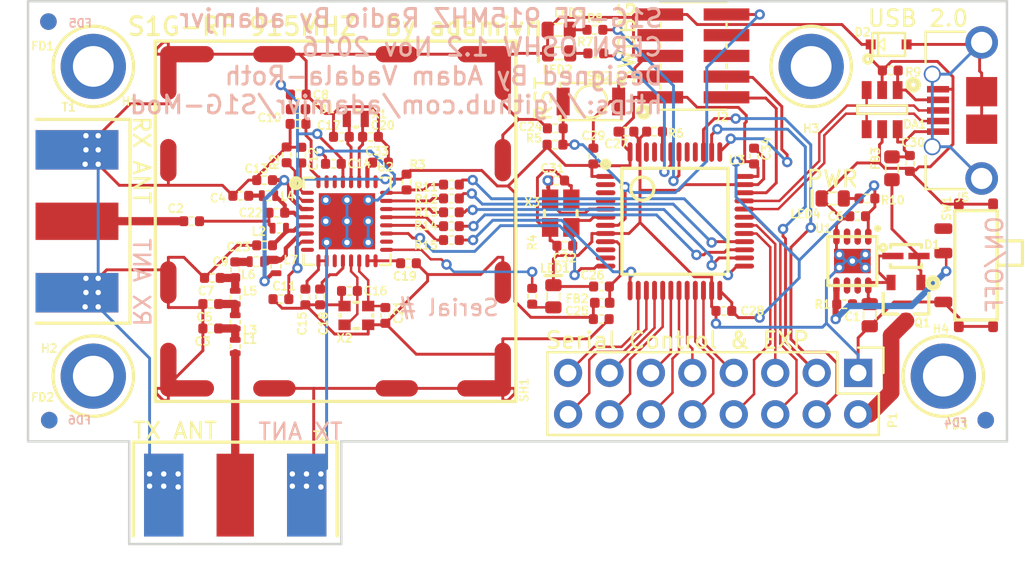
<source format=kicad_pcb>
(kicad_pcb (version 20171130) (host pcbnew "(5.1.12)-1")
  (layers (0 F.Cu signal) (1 In1.Cu power) (2 In2.Cu power) (31 B.Cu signal) (34 B.Paste user hide) (35 F.Paste user hide) (36 B.SilkS user hide) (37 F.SilkS user hide) (38 B.Mask user hide) (39 F.Mask user hide) (44 Edge.Cuts user))
  (net 0 "")
  (net 1 GND)
  (net 2 /VIN)
  (net 3 /MCU_IRQ)
  (net 4 /GPIO1)
  (net 5 /SPI_MISO)
  (net 6 /GPIO2)
  (net 7 /SPI_SCLK)
  (net 8 /GPIO4)
  (net 9 /SPI_MOSI)
  (net 10 /ON_OFF)
  (net 11 /SPI_CS)
  (net 12 "Net-(R4-Pad1)")
  (net 13 "Net-(LED1-Pad1)")
  (net 14 "Net-(R2-Pad2)")
  (net 15 +3V3)
  (net 16 "Net-(C13-Pad2)")
  (net 17 "Net-(L6-Pad2)")
  (net 18 "Net-(C9-Pad2)")
  (net 19 "Net-(C5-Pad1)")
  (net 20 "Net-(C7-Pad1)")
  (net 21 "Net-(C3-Pad1)")
  (net 22 "Net-(C2-Pad2)")
  (net 23 "Net-(L1-Pad1)")
  (net 24 "Net-(C21-Pad1)")
  (net 25 "Net-(C16-Pad1)")
  (net 26 "Net-(C2-Pad1)")
  (net 27 "Net-(C12-Pad2)")
  (net 28 "Net-(C15-Pad1)")
  (net 29 "Net-(C18-Pad1)")
  (net 30 "Net-(C19-Pad1)")
  (net 31 "Net-(C20-Pad1)")
  (net 32 /VREF)
  (net 33 "Net-(U2-Pad11)")
  (net 34 "Net-(U2-Pad30)")
  (net 35 "Net-(U2-Pad31)")
  (net 36 "Net-(U2-Pad8)")
  (net 37 "Net-(C22-Pad2)")
  (net 38 "Net-(C4-Pad2)")
  (net 39 "Net-(C23-Pad2)")
  (net 40 "Net-(U1-Pad2)")
  (net 41 "Net-(U1-Pad3)")
  (net 42 "Net-(U1-Pad6)")
  (net 43 "Net-(U1-Pad7)")
  (net 44 "/MCU - STM32L052K8T6/NRST")
  (net 45 "Net-(U3-Pad4)")
  (net 46 "Net-(U3-Pad2)")
  (net 47 "Net-(C26-Pad1)")
  (net 48 "Net-(U3-Pad10)")
  (net 49 "Net-(U3-Pad11)")
  (net 50 "/MCU - STM32L052K8T6/SWDIO")
  (net 51 "/MCU - STM32L052K8T6/USB_DM")
  (net 52 "/MCU - STM32L052K8T6/USB_DP")
  (net 53 "/MCU - STM32L052K8T6/USART1_RX")
  (net 54 "/MCU - STM32L052K8T6/SPI2_SCLK")
  (net 55 "/MCU - STM32L052K8T6/SPI2_MISO")
  (net 56 "/MCU - STM32L052K8T6/SPI2_MOSI")
  (net 57 "/MCU - STM32L052K8T6/USART1_TX")
  (net 58 "/MCU - STM32L052K8T6/SPI2_NSS")
  (net 59 "Net-(R8-Pad2)")
  (net 60 "Net-(R7-Pad2)")
  (net 61 "Net-(R6-Pad2)")
  (net 62 "Net-(U3-Pad46)")
  (net 63 "Net-(U3-Pad45)")
  (net 64 "Net-(U3-Pad40)")
  (net 65 "Net-(U3-Pad41)")
  (net 66 "/MCU - STM32L052K8T6/SWCLK")
  (net 67 /PSU_IN)
  (net 68 "Net-(D2-Pad1)")
  (net 69 "Net-(DA1-Pad1)")
  (net 70 "Net-(LED3-Pad1)")
  (net 71 "Net-(LED2-Pad1)")
  (net 72 "Net-(C30-Pad2)")
  (net 73 /VBUS)
  (net 74 "Net-(H1-Pad1)")
  (net 75 "Net-(H2-Pad1)")
  (net 76 "Net-(H3-Pad1)")
  (net 77 "Net-(H4-Pad1)")
  (net 78 "Net-(FD3-Pad1)")
  (net 79 "Net-(FD2-Pad1)")
  (net 80 "Net-(FD1-Pad1)")
  (net 81 "Net-(SW1-Pad3)")
  (net 82 "Net-(J2-Pad6)")
  (net 83 "Net-(J2-Pad7)")
  (net 84 "Net-(J2-Pad8)")
  (net 85 "Net-(C32-Pad1)")
  (net 86 "Net-(C31-Pad1)")
  (net 87 "Net-(U3-Pad3)")
  (net 88 "Net-(LED4-Pad1)")
  (net 89 "/MCU - STM32L052K8T6/GPIO_PB11")
  (net 90 "/MCU - STM32L052K8T6/GPIO_PB10")
  (net 91 "/MCU - STM32L052K8T6/GPIO_PB2")
  (net 92 "/MCU - STM32L052K8T6/GPIO_PB1")
  (net 93 "/MCU - STM32L052K8T6/GPIO_PB0")
  (net 94 "/MCU - STM32L052K8T6/GPIO_PA8")
  (net 95 "Net-(C33-Pad1)")
  (net 96 "Net-(C17-Pad2)")
  (net 97 "/MCU - STM32L052K8T6/GPIO_PA15")
  (net 98 "/MCU - STM32L052K8T6/GPIO_PB3")
  (net 99 "Net-(FD6-Pad1)")
  (net 100 "Net-(FD5-Pad1)")
  (net 101 "Net-(FD4-Pad1)")
  (net 102 "/MCU - STM32L052K8T6/MCU_IRQ")
  (net 103 "/MCU - STM32L052K8T6/SPI_CS")
  (net 104 "/MCU - STM32L052K8T6/SPI_MOSI")
  (net 105 "/MCU - STM32L052K8T6/SPI_MISO")
  (net 106 "/MCU - STM32L052K8T6/SPI_SCLK")
  (module PCB_Footprints:C0402 (layer F.Cu) (at 101 44.5 90)
    (fp_text reference C34 (at 0.45 0.75 90) (layer F.SilkS) (effects (font (size 0.5 0.5) (thickness 0.1))))
    (fp_text value CL05B104JP5NNNC)
    (pad 1 smd roundrect (at -0.483 0 90) (size 0.559 0.61) (layers F.Cu F.Paste F.Mask) (net 15 +3V3))
    (pad 2 smd roundrect (at 0.483 0 90) (size 0.559 0.61) (layers F.Cu F.Paste F.Mask) (net 1 GND))
  )
  (module PCB_Footprints:R0402 (layer F.Cu) (at 82.45 49.65)
    (fp_text reference R15 (at -1.575 0.325) (layer F.SilkS) (effects (font (size 0.5 0.5) (thickness 0.1))))
    (fp_text value TNPW0402100RBEED)
    (pad 2 smd roundrect (at 0.483 0) (size 0.559 0.61) (layers F.Cu F.Paste F.Mask) (net 102 "/MCU - STM32L052K8T6/MCU_IRQ"))
    (pad 1 smd roundrect (at -0.483 0) (size 0.559 0.61) (layers F.Cu F.Paste F.Mask) (net 3 /MCU_IRQ))
  )
  (module PCB_Footprints:R0402 (layer F.Cu) (at 82.45 48.8)
    (fp_text reference R14 (at -1.575 -0.025) (layer F.SilkS) (effects (font (size 0.5 0.5) (thickness 0.1))))
    (fp_text value TNPW0402100RBEED)
    (pad 1 smd roundrect (at -0.483 0) (size 0.559 0.61) (layers F.Cu F.Paste F.Mask) (net 5 /SPI_MISO))
    (pad 2 smd roundrect (at 0.483 0) (size 0.559 0.61) (layers F.Cu F.Paste F.Mask) (net 105 "/MCU - STM32L052K8T6/SPI_MISO"))
  )
  (module PCB_Footprints:R0402 (layer F.Cu) (at 82.45 47.95)
    (fp_text reference R13 (at -1.55 0) (layer F.SilkS) (effects (font (size 0.5 0.5) (thickness 0.1))))
    (fp_text value TNPW0402100RBEED)
    (pad 2 smd roundrect (at 0.483 0) (size 0.559 0.61) (layers F.Cu F.Paste F.Mask) (net 106 "/MCU - STM32L052K8T6/SPI_SCLK"))
    (pad 1 smd roundrect (at -0.483 0) (size 0.559 0.61) (layers F.Cu F.Paste F.Mask) (net 7 /SPI_SCLK))
  )
  (module PCB_Footprints:R0402 (layer F.Cu) (at 82.45 47.1)
    (fp_text reference R12 (at -1.55 0.05) (layer F.SilkS) (effects (font (size 0.5 0.5) (thickness 0.1))))
    (fp_text value TNPW0402100RBEED)
    (pad 1 smd roundrect (at -0.483 0) (size 0.559 0.61) (layers F.Cu F.Paste F.Mask) (net 9 /SPI_MOSI))
    (pad 2 smd roundrect (at 0.483 0) (size 0.559 0.61) (layers F.Cu F.Paste F.Mask) (net 104 "/MCU - STM32L052K8T6/SPI_MOSI"))
  )
  (module PCB_Footprints:R0402 (layer F.Cu) (at 82.45 46.25)
    (fp_text reference R11 (at -1.55 0.15) (layer F.SilkS) (effects (font (size 0.5 0.5) (thickness 0.1))))
    (fp_text value TNPW0402100RBEED)
    (pad 2 smd roundrect (at 0.483 0) (size 0.559 0.61) (layers F.Cu F.Paste F.Mask) (net 103 "/MCU - STM32L052K8T6/SPI_CS"))
    (pad 1 smd roundrect (at -0.483 0) (size 0.559 0.61) (layers F.Cu F.Paste F.Mask) (net 11 /SPI_CS))
  )
  (module PCB_Footprints:FIDUCIAL (layer B.Cu) (at 115.2 60.7)
    (fp_text reference FD4 (at -1.85 0.15) (layer B.SilkS) (effects (font (size 0.5 0.5) (thickness 0.1)) (justify mirror)))
    (fp_text value FIDUCIAL)
    (pad 1 smd circle (at 0 0) (size 1.016 1.016) (layers B.Cu B.Mask) (net 101 "Net-(FD4-Pad1)"))
  )
  (module PCB_Footprints:FIDUCIAL (layer B.Cu) (at 57.75 36.25)
    (fp_text reference FD5 (at 1.95 0.1) (layer B.SilkS) (effects (font (size 0.5 0.5) (thickness 0.1)) (justify mirror)))
    (fp_text value FIDUCIAL)
    (pad 1 smd circle (at 0 0) (size 1.016 1.016) (layers B.Cu B.Mask) (net 100 "Net-(FD5-Pad1)"))
  )
  (module PCB_Footprints:FIDUCIAL (layer B.Cu) (at 57.8 60.7)
    (fp_text reference FD6 (at 1.85 0) (layer B.SilkS) (effects (font (size 0.5 0.5) (thickness 0.1)) (justify mirror)))
    (fp_text value FIDUCIAL)
    (pad 1 smd circle (at 0 0) (size 1.016 1.016) (layers B.Cu B.Mask) (net 99 "Net-(FD6-Pad1)"))
  )
  (module PCB_Footprints:61301621121 (layer F.Cu) (at 107.38 57.8 270)
    (fp_text reference P1 (at 2.9 -2.12 270) (layer F.SilkS) (effects (font (size 0.5 0.5) (thickness 0.1))))
    (fp_text value 61301621121)
    (pad 1 thru_hole rect (at 0 0 270) (size 1.7272 1.7272) (drill 1.016) (layers *.Cu *.Mask) (net 1 GND))
    (pad 2 thru_hole oval (at 2.54 0 270) (size 1.7272 1.7272) (drill 1.016) (layers *.Cu *.Mask) (net 67 /PSU_IN))
    (pad 3 thru_hole oval (at 0 2.54 270) (size 1.7272 1.7272) (drill 1.016) (layers *.Cu *.Mask) (net 97 "/MCU - STM32L052K8T6/GPIO_PA15"))
    (pad 4 thru_hole oval (at 2.54 2.54 270) (size 1.7272 1.7272) (drill 1.016) (layers *.Cu *.Mask) (net 98 "/MCU - STM32L052K8T6/GPIO_PB3"))
    (pad 5 thru_hole oval (at 0 5.08 270) (size 1.7272 1.7272) (drill 1.016) (layers *.Cu *.Mask) (net 57 "/MCU - STM32L052K8T6/USART1_TX"))
    (pad 6 thru_hole oval (at 2.54 5.08 270) (size 1.7272 1.7272) (drill 1.016) (layers *.Cu *.Mask) (net 53 "/MCU - STM32L052K8T6/USART1_RX"))
    (pad 7 thru_hole oval (at 0 7.62 270) (size 1.7272 1.7272) (drill 1.016) (layers *.Cu *.Mask) (net 89 "/MCU - STM32L052K8T6/GPIO_PB11"))
    (pad 8 thru_hole oval (at 2.54 7.62 270) (size 1.7272 1.7272) (drill 1.016) (layers *.Cu *.Mask) (net 94 "/MCU - STM32L052K8T6/GPIO_PA8"))
    (pad 9 thru_hole oval (at 0 10.16 270) (size 1.7272 1.7272) (drill 1.016) (layers *.Cu *.Mask) (net 91 "/MCU - STM32L052K8T6/GPIO_PB2"))
    (pad 10 thru_hole oval (at 2.54 10.16 270) (size 1.7272 1.7272) (drill 1.016) (layers *.Cu *.Mask) (net 90 "/MCU - STM32L052K8T6/GPIO_PB10"))
    (pad 11 thru_hole oval (at 0 12.7 270) (size 1.7272 1.7272) (drill 1.016) (layers *.Cu *.Mask) (net 93 "/MCU - STM32L052K8T6/GPIO_PB0"))
    (pad 12 thru_hole oval (at 2.54 12.7 270) (size 1.7272 1.7272) (drill 1.016) (layers *.Cu *.Mask) (net 92 "/MCU - STM32L052K8T6/GPIO_PB1"))
    (pad 13 thru_hole oval (at 0 15.24 270) (size 1.7272 1.7272) (drill 1.016) (layers *.Cu *.Mask) (net 55 "/MCU - STM32L052K8T6/SPI2_MISO"))
    (pad 14 thru_hole oval (at 2.54 15.24 270) (size 1.7272 1.7272) (drill 1.016) (layers *.Cu *.Mask) (net 56 "/MCU - STM32L052K8T6/SPI2_MOSI"))
    (pad 15 thru_hole oval (at 0 17.78 270) (size 1.7272 1.7272) (drill 1.016) (layers *.Cu *.Mask) (net 58 "/MCU - STM32L052K8T6/SPI2_NSS"))
    (pad 16 thru_hole oval (at 2.54 17.78 270) (size 1.7272 1.7272) (drill 1.016) (layers *.Cu *.Mask) (net 54 "/MCU - STM32L052K8T6/SPI2_SCLK"))
  )
  (module PCB_Footprints:ABS05-32.768KHZ-9-T (layer F.Cu) (at 76.59 42.22)
    (fp_text reference X1 (at 1.45 -0.3) (layer F.SilkS) (effects (font (size 0.5 0.5) (thickness 0.1))))
    (fp_text value ABS05-32.768KHZ-9-T)
    (pad 1 smd rect (at -0.55 0) (size 0.5 1) (layers F.Cu F.Paste F.Mask) (net 96 "Net-(C17-Pad2)"))
    (pad 2 smd rect (at 0.55 0) (size 0.5 1) (layers F.Cu F.Paste F.Mask) (net 31 "Net-(C20-Pad1)"))
  )
  (module PCB_Footprints:C0402 (layer F.Cu) (at 78.1 44.9)
    (fp_text reference C33 (at -0.2 -0.7) (layer F.SilkS) (effects (font (size 0.5 0.5) (thickness 0.1))))
    (fp_text value CL10B224JO8NNNC)
    (pad 1 smd roundrect (at -0.483 0) (size 0.559 0.61) (layers F.Cu F.Paste F.Mask) (net 95 "Net-(C33-Pad1)"))
    (pad 2 smd roundrect (at 0.483 0) (size 0.559 0.61) (layers F.Cu F.Paste F.Mask) (net 1 GND))
  )
  (module PCB_Footprints:0732511150 (layer F.Cu) (at 69.2 62.55 90)
    (fp_text reference T2 (at 0.9 5.2 180) (layer F.SilkS) (effects (font (size 0.5 0.5) (thickness 0.1))))
    (fp_text value 732511150)
    (pad 2 thru_hole circle (at -2.25 5.25 270) (size 0.635 0.635) (drill 0.3302) (layers *.Cu *.Mask) (net 1 GND))
    (pad 2 thru_hole circle (at -2.2 4.3675 270) (size 0.635 0.635) (drill 0.3302) (layers *.Cu *.Mask) (net 1 GND))
    (pad 2 thru_hole circle (at -1.45 4.3675 270) (size 0.635 0.635) (drill 0.3302) (layers *.Cu *.Mask) (net 1 GND))
    (pad 2 thru_hole circle (at -1.45 3.5 270) (size 0.635 0.635) (drill 0.3302) (layers *.Cu *.Mask) (net 1 GND))
    (pad 2 thru_hole circle (at -2.2 3.5 270) (size 0.635 0.635) (drill 0.3302) (layers *.Cu *.Mask) (net 1 GND))
    (pad 2 thru_hole circle (at -1.45 5.25 270) (size 0.635 0.635) (drill 0.3302) (layers *.Cu *.Mask) (net 1 GND))
    (pad 2 thru_hole circle (at -2.25 -3.5 270) (size 0.635 0.635) (drill 0.3302) (layers *.Cu *.Mask) (net 1 GND))
    (pad 2 thru_hole circle (at -1.45 -3.5 270) (size 0.635 0.635) (drill 0.3302) (layers *.Cu *.Mask) (net 1 GND))
    (pad 2 thru_hole circle (at -1.45 -5.25 270) (size 0.635 0.635) (drill 0.3302) (layers *.Cu *.Mask) (net 1 GND))
    (pad 2 thru_hole circle (at -2.2 -5.25 270) (size 0.635 0.635) (drill 0.3302) (layers *.Cu *.Mask) (net 1 GND))
    (pad 2 thru_hole circle (at -1.45 -4.3825 270) (size 0.635 0.635) (drill 0.3302) (layers *.Cu *.Mask) (net 1 GND))
    (pad 2 thru_hole circle (at -2.2 -4.3825 270) (size 0.635 0.635) (drill 0.3302) (layers *.Cu *.Mask) (net 1 GND))
    (pad 2 smd rect (at -2.75 4.3825 270) (size 5.08 2.415) (layers B.Cu F.Paste B.Mask) (net 1 GND))
    (pad 2 smd rect (at -2.75 -4.3825 270) (size 5.08 2.415) (layers B.Cu F.Paste B.Mask) (net 1 GND))
    (pad 1 smd rect (at -2.75 0 270) (size 5.08 2.29) (layers F.Cu F.Paste F.Mask) (net 23 "Net-(L1-Pad1)"))
    (pad 2 smd rect (at -2.75 4.3825 270) (size 5.08 2.415) (layers F.Cu F.Paste F.Mask) (net 1 GND))
    (pad 2 smd rect (at -2.75 -4.3825 270) (size 5.08 2.415) (layers F.Cu F.Paste F.Mask) (net 1 GND))
  )
  (module PCB_Footprints:0732511150 (layer F.Cu) (at 62.25 48.5)
    (fp_text reference T1 (at -3.25 -7) (layer F.SilkS) (effects (font (size 0.5 0.5) (thickness 0.1))))
    (fp_text value 732511150)
    (pad 2 thru_hole circle (at -2.25 5.25 180) (size 0.635 0.635) (drill 0.3302) (layers *.Cu *.Mask) (net 1 GND))
    (pad 2 thru_hole circle (at -2.2 4.3675 180) (size 0.635 0.635) (drill 0.3302) (layers *.Cu *.Mask) (net 1 GND))
    (pad 2 thru_hole circle (at -1.45 4.3675 180) (size 0.635 0.635) (drill 0.3302) (layers *.Cu *.Mask) (net 1 GND))
    (pad 2 thru_hole circle (at -1.45 3.5 180) (size 0.635 0.635) (drill 0.3302) (layers *.Cu *.Mask) (net 1 GND))
    (pad 2 thru_hole circle (at -2.2 3.5 180) (size 0.635 0.635) (drill 0.3302) (layers *.Cu *.Mask) (net 1 GND))
    (pad 2 thru_hole circle (at -1.45 5.25 180) (size 0.635 0.635) (drill 0.3302) (layers *.Cu *.Mask) (net 1 GND))
    (pad 2 thru_hole circle (at -2.25 -3.5 180) (size 0.635 0.635) (drill 0.3302) (layers *.Cu *.Mask) (net 1 GND))
    (pad 2 thru_hole circle (at -1.45 -3.5 180) (size 0.635 0.635) (drill 0.3302) (layers *.Cu *.Mask) (net 1 GND))
    (pad 2 thru_hole circle (at -1.45 -5.25 180) (size 0.635 0.635) (drill 0.3302) (layers *.Cu *.Mask) (net 1 GND))
    (pad 2 thru_hole circle (at -2.2 -5.25 180) (size 0.635 0.635) (drill 0.3302) (layers *.Cu *.Mask) (net 1 GND))
    (pad 2 thru_hole circle (at -1.45 -4.3825 180) (size 0.635 0.635) (drill 0.3302) (layers *.Cu *.Mask) (net 1 GND))
    (pad 2 thru_hole circle (at -2.2 -4.3825 180) (size 0.635 0.635) (drill 0.3302) (layers *.Cu *.Mask) (net 1 GND))
    (pad 2 smd rect (at -2.75 4.3825 180) (size 5.08 2.415) (layers B.Cu F.Paste B.Mask) (net 1 GND))
    (pad 2 smd rect (at -2.75 -4.3825 180) (size 5.08 2.415) (layers B.Cu F.Paste B.Mask) (net 1 GND))
    (pad 1 smd rect (at -2.75 0 180) (size 5.08 2.29) (layers F.Cu F.Paste F.Mask) (net 26 "Net-(C2-Pad1)"))
    (pad 2 smd rect (at -2.75 4.3825 180) (size 5.08 2.415) (layers F.Cu F.Paste F.Mask) (net 1 GND))
    (pad 2 smd rect (at -2.75 -4.3825 180) (size 5.08 2.415) (layers F.Cu F.Paste F.Mask) (net 1 GND))
  )
  (module PCB_Footprints:R0402 (layer F.Cu) (at 87.4 53.1 270)
    (fp_text reference R4 (at -3.302 0 270) (layer F.SilkS) (effects (font (size 0.5 0.5) (thickness 0.1))))
    (fp_text value RC1005F102CS)
    (pad 2 smd roundrect (at 0.483 0 270) (size 0.559 0.61) (layers F.Cu F.Paste F.Mask) (net 13 "Net-(LED1-Pad1)"))
    (pad 1 smd roundrect (at -0.483 0 270) (size 0.559 0.61) (layers F.Cu F.Paste F.Mask) (net 12 "Net-(R4-Pad1)"))
  )
  (module PCB_Footprints:R0402 (layer F.Cu) (at 107.92 47.1)
    (fp_text reference R10 (at 1.58 0.1) (layer F.SilkS) (effects (font (size 0.5 0.5) (thickness 0.1))))
    (fp_text value RC1005F102CS)
    (pad 2 smd roundrect (at 0.483 0) (size 0.559 0.61) (layers F.Cu F.Paste F.Mask) (net 15 +3V3))
    (pad 1 smd roundrect (at -0.483 0) (size 0.559 0.61) (layers F.Cu F.Paste F.Mask) (net 88 "Net-(LED4-Pad1)"))
  )
  (module PCB_Footprints:LED0603 (layer F.Cu) (at 105.82 47.1 180)
    (fp_text reference LED4 (at 1.67 -0.95 180) (layer F.SilkS) (effects (font (size 0.5 0.5) (thickness 0.1))))
    (fp_text value LTST-C193KRKT-5A)
    (pad 1 smd roundrect (at -0.68 0 180) (size 0.74 1) (layers F.Cu F.Paste F.Mask) (net 88 "Net-(LED4-Pad1)"))
    (pad 2 smd roundrect (at 0.68 0 180) (size 0.74 1) (layers F.Cu F.Paste F.Mask) (net 1 GND))
  )
  (module PCB_Footprints:36103205 (layer F.Cu) (at 75.35 48.5)
    (fp_text reference SH1 (at 11.55 10.35 90) (layer F.SilkS) (effects (font (size 0.5 0.5) (thickness 0.1))))
    (fp_text value 36103205)
    (pad 1 smd oval (at -9.1 10.25 180) (size 3.3 1) (layers F.Cu B.Paste F.Mask) (net 1 GND))
    (pad 1 smd oval (at -10.25 9.1 90) (size 3.3 1) (layers F.Cu F.Paste F.Mask) (net 1 GND))
    (pad 1 smd oval (at -10.25 -9.1 90) (size 3.3 1) (layers F.Cu F.Paste F.Mask) (net 1 GND))
    (pad 1 smd oval (at -9.1 -10.25) (size 3.3 1) (layers F.Cu F.Paste F.Mask) (net 1 GND))
    (pad 1 smd oval (at 9.1 -10.25) (size 3.3 1) (layers F.Cu F.Paste F.Mask) (net 1 GND))
    (pad 1 smd oval (at 10.25 -9.1 270) (size 3.3 1) (layers F.Cu F.Paste F.Mask) (net 1 GND))
    (pad 1 smd oval (at 9.1 10.25) (size 3.3 1) (layers F.Cu F.Paste F.Mask) (net 1 GND))
    (pad 1 smd oval (at 10.25 9.1 270) (size 3.3 1) (layers F.Cu F.Paste F.Mask) (net 1 GND))
    (pad 1 smd oval (at -10.25 3.75 90) (size 2.6 1) (layers F.Cu F.Paste F.Mask) (net 1 GND))
    (pad 1 smd oval (at 10.25 3.75 270) (size 2.6 1) (layers F.Cu F.Paste F.Mask) (net 1 GND))
    (pad 1 smd oval (at 10.25 -3.75 270) (size 2.6 1) (layers F.Cu F.Paste F.Mask) (net 1 GND))
    (pad 1 smd oval (at -10.25 -3.75 90) (size 2.6 1) (layers F.Cu F.Paste F.Mask) (net 1 GND))
    (pad 1 smd oval (at 3.75 10.25 180) (size 2.6 1) (layers F.Cu F.Paste F.Mask) (net 1 GND))
    (pad 1 smd oval (at -3.75 10.25 180) (size 2.6 1) (layers F.Cu F.Paste F.Mask) (net 1 GND))
    (pad 1 smd oval (at 3.75 -10.25) (size 2.6 1) (layers F.Cu F.Paste F.Mask) (net 1 GND))
    (pad 1 smd oval (at -3.75 -10.25) (size 2.6 1) (layers F.Cu F.Paste F.Mask) (net 1 GND))
  )
  (module PCB_Footprints:STM32L052C8T6 (layer F.Cu) (at 96.15 48.5)
    (fp_text reference U3 (at 3.8 -3.75) (layer F.SilkS) (effects (font (size 0.5 0.5) (thickness 0.1))))
    (fp_text value STM32L052C8T6)
    (pad 37 smd oval (at 2.75 -4.25 90) (size 1.2 0.3) (layers F.Cu F.Paste F.Mask) (net 66 "/MCU - STM32L052K8T6/SWCLK"))
    (pad 38 smd oval (at 2.25 -4.25 90) (size 1.2 0.3) (layers F.Cu F.Paste F.Mask) (net 97 "/MCU - STM32L052K8T6/GPIO_PA15"))
    (pad 41 smd oval (at 0.75 -4.25 90) (size 1.2 0.3) (layers F.Cu F.Paste F.Mask) (net 65 "Net-(U3-Pad41)"))
    (pad 42 smd oval (at 0.25 -4.25 90) (size 1.2 0.3) (layers F.Cu F.Paste F.Mask) (net 59 "Net-(R8-Pad2)"))
    (pad 40 smd oval (at 1.25 -4.25 90) (size 1.2 0.3) (layers F.Cu F.Paste F.Mask) (net 64 "Net-(U3-Pad40)"))
    (pad 39 smd oval (at 1.75 -4.25 90) (size 1.2 0.3) (layers F.Cu F.Paste F.Mask) (net 98 "/MCU - STM32L052K8T6/GPIO_PB3"))
    (pad 45 smd oval (at -1.25 -4.25 90) (size 1.2 0.3) (layers F.Cu F.Paste F.Mask) (net 63 "Net-(U3-Pad45)"))
    (pad 43 smd oval (at -0.25 -4.25 90) (size 1.2 0.3) (layers F.Cu F.Paste F.Mask) (net 60 "Net-(R7-Pad2)"))
    (pad 46 smd oval (at -1.75 -4.25 90) (size 1.2 0.3) (layers F.Cu F.Paste F.Mask) (net 62 "Net-(U3-Pad46)"))
    (pad 44 smd oval (at -0.75 -4.25 90) (size 1.2 0.3) (layers F.Cu F.Paste F.Mask) (net 61 "Net-(R6-Pad2)"))
    (pad 47 smd oval (at -2.25 -4.25 90) (size 1.2 0.3) (layers F.Cu F.Paste F.Mask) (net 1 GND))
    (pad 48 smd oval (at -2.75 -4.25 90) (size 1.2 0.3) (layers F.Cu F.Paste F.Mask) (net 15 +3V3))
    (pad 19 smd oval (at 0.25 4.25 90) (size 1.2 0.3) (layers F.Cu F.Paste F.Mask) (net 92 "/MCU - STM32L052K8T6/GPIO_PB1"))
    (pad 22 smd oval (at 1.75 4.25 90) (size 1.2 0.3) (layers F.Cu F.Paste F.Mask) (net 89 "/MCU - STM32L052K8T6/GPIO_PB11"))
    (pad 23 smd oval (at 2.25 4.25 90) (size 1.2 0.3) (layers F.Cu F.Paste F.Mask) (net 1 GND))
    (pad 24 smd oval (at 2.75 4.25 90) (size 1.2 0.3) (layers F.Cu F.Paste F.Mask) (net 15 +3V3))
    (pad 20 smd oval (at 0.75 4.25 90) (size 1.2 0.3) (layers F.Cu F.Paste F.Mask) (net 91 "/MCU - STM32L052K8T6/GPIO_PB2"))
    (pad 21 smd oval (at 1.25 4.25 90) (size 1.2 0.3) (layers F.Cu F.Paste F.Mask) (net 90 "/MCU - STM32L052K8T6/GPIO_PB10"))
    (pad 18 smd oval (at -0.25 4.25 90) (size 1.2 0.3) (layers F.Cu F.Paste F.Mask) (net 93 "/MCU - STM32L052K8T6/GPIO_PB0"))
    (pad 16 smd oval (at -1.25 4.25 90) (size 1.2 0.3) (layers F.Cu F.Paste F.Mask) (net 55 "/MCU - STM32L052K8T6/SPI2_MISO"))
    (pad 15 smd oval (at -1.75 4.25 90) (size 1.2 0.3) (layers F.Cu F.Paste F.Mask) (net 54 "/MCU - STM32L052K8T6/SPI2_SCLK"))
    (pad 17 smd oval (at -0.75 4.25 90) (size 1.2 0.3) (layers F.Cu F.Paste F.Mask) (net 56 "/MCU - STM32L052K8T6/SPI2_MOSI"))
    (pad 13 smd oval (at -2.75 4.25 90) (size 1.2 0.3) (layers F.Cu F.Paste F.Mask) (net 102 "/MCU - STM32L052K8T6/MCU_IRQ"))
    (pad 14 smd oval (at -2.25 4.25 90) (size 1.2 0.3) (layers F.Cu F.Paste F.Mask) (net 58 "/MCU - STM32L052K8T6/SPI2_NSS"))
    (pad 25 smd oval (at 4.25 2.75) (size 1.2 0.3) (layers F.Cu F.Paste F.Mask) (net 103 "/MCU - STM32L052K8T6/SPI_CS"))
    (pad 30 smd oval (at 4.25 0.25) (size 1.2 0.3) (layers F.Cu F.Paste F.Mask) (net 57 "/MCU - STM32L052K8T6/USART1_TX"))
    (pad 29 smd oval (at 4.25 0.75) (size 1.2 0.3) (layers F.Cu F.Paste F.Mask) (net 94 "/MCU - STM32L052K8T6/GPIO_PA8"))
    (pad 28 smd oval (at 4.25 1.25) (size 1.2 0.3) (layers F.Cu F.Paste F.Mask) (net 104 "/MCU - STM32L052K8T6/SPI_MOSI"))
    (pad 27 smd oval (at 4.25 1.75) (size 1.2 0.3) (layers F.Cu F.Paste F.Mask) (net 105 "/MCU - STM32L052K8T6/SPI_MISO"))
    (pad 26 smd oval (at 4.25 2.25) (size 1.2 0.3) (layers F.Cu F.Paste F.Mask) (net 106 "/MCU - STM32L052K8T6/SPI_SCLK"))
    (pad 31 smd oval (at 4.25 -0.25) (size 1.2 0.3) (layers F.Cu F.Paste F.Mask) (net 53 "/MCU - STM32L052K8T6/USART1_RX"))
    (pad 33 smd oval (at 4.25 -1.25) (size 1.2 0.3) (layers F.Cu F.Paste F.Mask) (net 52 "/MCU - STM32L052K8T6/USB_DP"))
    (pad 32 smd oval (at 4.25 -0.75) (size 1.2 0.3) (layers F.Cu F.Paste F.Mask) (net 51 "/MCU - STM32L052K8T6/USB_DM"))
    (pad 35 smd oval (at 4.25 -2.25) (size 1.2 0.3) (layers F.Cu F.Paste F.Mask) (net 1 GND))
    (pad 36 smd oval (at 4.25 -2.75) (size 1.2 0.3) (layers F.Cu F.Paste F.Mask) (net 15 +3V3))
    (pad 34 smd oval (at 4.25 -1.75) (size 1.2 0.3) (layers F.Cu F.Paste F.Mask) (net 50 "/MCU - STM32L052K8T6/SWDIO"))
    (pad 12 smd oval (at -4.25 2.75) (size 1.2 0.3) (layers F.Cu F.Paste F.Mask) (net 6 /GPIO2))
    (pad 11 smd oval (at -4.25 2.25) (size 1.2 0.3) (layers F.Cu F.Paste F.Mask) (net 49 "Net-(U3-Pad11)"))
    (pad 10 smd oval (at -4.25 1.75) (size 1.2 0.3) (layers F.Cu F.Paste F.Mask) (net 48 "Net-(U3-Pad10)"))
    (pad 9 smd oval (at -4.25 1.25) (size 1.2 0.3) (layers F.Cu F.Paste F.Mask) (net 47 "Net-(C26-Pad1)"))
    (pad 8 smd oval (at -4.25 0.75) (size 1.2 0.3) (layers F.Cu F.Paste F.Mask) (net 1 GND))
    (pad 1 smd oval (at -4.25 -2.75) (size 1.2 0.3) (layers F.Cu F.Paste F.Mask) (net 15 +3V3))
    (pad 2 smd oval (at -4.25 -2.25) (size 1.2 0.3) (layers F.Cu F.Paste F.Mask) (net 46 "Net-(U3-Pad2)"))
    (pad 3 smd oval (at -4.25 -1.75) (size 1.2 0.3) (layers F.Cu F.Paste F.Mask) (net 87 "Net-(U3-Pad3)"))
    (pad 4 smd oval (at -4.25 -1.25) (size 1.2 0.3) (layers F.Cu F.Paste F.Mask) (net 45 "Net-(U3-Pad4)"))
    (pad 5 smd oval (at -4.25 -0.75) (size 1.2 0.3) (layers F.Cu F.Paste F.Mask) (net 86 "Net-(C31-Pad1)"))
    (pad 7 smd oval (at -4.25 0.25) (size 1.2 0.3) (layers F.Cu F.Paste F.Mask) (net 44 "/MCU - STM32L052K8T6/NRST"))
    (pad 6 smd oval (at -4.25 -0.25) (size 1.2 0.3) (layers F.Cu F.Paste F.Mask) (net 85 "Net-(C32-Pad1)"))
  )
  (module PCB_Footprints:AP7361-33FGE-7 (layer F.Cu) (at 107.025 50.94 270)
    (fp_text reference U1 (at -2 1.775) (layer F.SilkS) (effects (font (size 0.5 0.5) (thickness 0.1))))
    (fp_text value AP7361-33FGE-7)
    (pad 9 thru_hole circle (at 0.4 0.8 270) (size 0.635 0.635) (drill 0.3302) (layers *.Cu *.Mask) (net 1 GND))
    (pad 9 thru_hole circle (at -0.4 0.8 270) (size 0.635 0.635) (drill 0.3302) (layers *.Cu *.Mask) (net 1 GND))
    (pad 9 thru_hole circle (at 0.4 -0.8 270) (size 0.635 0.635) (drill 0.3302) (layers *.Cu *.Mask) (net 1 GND))
    (pad 9 thru_hole circle (at -0.4 -0.8 270) (size 0.635 0.635) (drill 0.3302) (layers *.Cu *.Mask) (net 1 GND))
    (pad 9 thru_hole circle (at 0 0 270) (size 0.635 0.635) (drill 0.3302) (layers *.Cu *.Mask) (net 1 GND))
    (pad 5 smd oval (at 1.5 0.975 270) (size 1 0.4) (layers F.Cu F.Paste F.Mask) (net 10 /ON_OFF))
    (pad 7 smd oval (at 1.5 -0.325 270) (size 1 0.4) (layers F.Cu F.Paste F.Mask) (net 43 "Net-(U1-Pad7)"))
    (pad 8 smd oval (at 1.5 -0.975 270) (size 1 0.4) (layers F.Cu F.Paste F.Mask) (net 2 /VIN))
    (pad 6 smd oval (at 1.5 0.325 270) (size 1 0.4) (layers F.Cu F.Paste F.Mask) (net 42 "Net-(U1-Pad6)"))
    (pad 4 smd oval (at -1.5 0.975 270) (size 1 0.4) (layers F.Cu F.Paste F.Mask) (net 1 GND))
    (pad 1 smd oval (at -1.5 -0.975 270) (size 1 0.4) (layers F.Cu F.Paste F.Mask) (net 15 +3V3))
    (pad 3 smd oval (at -1.5 0.325 270) (size 1 0.4) (layers F.Cu F.Paste F.Mask) (net 41 "Net-(U1-Pad3)"))
    (pad 2 smd oval (at -1.5 -0.325 270) (size 1 0.4) (layers F.Cu F.Paste F.Mask) (net 40 "Net-(U1-Pad2)"))
    (pad 9 smd rect (at 0 0 270) (size 1.5 2.25) (layers F.Cu F.Paste F.Mask) (net 1 GND))
  )
  (module PCB_Footprints:ADF7023BCPZ (layer F.Cu) (at 76.05 48.5)
    (fp_text reference U2 (at 2.35 -3.325) (layer F.SilkS) (effects (font (size 0.5 0.5) (thickness 0.1))))
    (fp_text value ADF7023BCPZ)
    (pad 33 thru_hole circle (at -1.25 1.3) (size 0.635 0.635) (drill 0.3302) (layers *.Cu *.Mask) (net 1 GND))
    (pad 33 thru_hole circle (at 1.3 1.3) (size 0.635 0.635) (drill 0.3302) (layers *.Cu *.Mask) (net 1 GND))
    (pad 33 thru_hole circle (at 1.3 -1.3) (size 0.635 0.635) (drill 0.3302) (layers *.Cu *.Mask) (net 1 GND))
    (pad 33 thru_hole circle (at -1.3 -1.3) (size 0.635 0.635) (drill 0.3302) (layers *.Cu *.Mask) (net 1 GND))
    (pad 33 thru_hole circle (at -1.3 0) (size 0.635 0.635) (drill 0.3302) (layers *.Cu *.Mask) (net 1 GND))
    (pad 33 thru_hole circle (at 1.3 0) (size 0.635 0.635) (drill 0.3302) (layers *.Cu *.Mask) (net 1 GND))
    (pad 33 thru_hole circle (at 0 1.3) (size 0.635 0.635) (drill 0.3302) (layers *.Cu *.Mask) (net 1 GND))
    (pad 33 thru_hole circle (at 0 -1.3) (size 0.635 0.635) (drill 0.3302) (layers *.Cu *.Mask) (net 1 GND))
    (pad 33 thru_hole circle (at 0 0) (size 0.635 0.635) (drill 0.3302) (layers *.Cu *.Mask) (net 1 GND))
    (pad 33 smd rect (at 0 0) (size 3.45 3.45) (layers F.Cu F.Paste F.Mask) (net 1 GND))
    (pad 8 smd oval (at -2.425 1.75) (size 0.8 0.25) (layers F.Cu F.Paste F.Mask) (net 36 "Net-(U2-Pad8)"))
    (pad 7 smd oval (at -2.425 1.25) (size 0.8 0.25) (layers F.Cu F.Paste F.Mask) (net 15 +3V3))
    (pad 6 smd oval (at -2.425 0.75) (size 0.8 0.25) (layers F.Cu F.Paste F.Mask) (net 17 "Net-(L6-Pad2)"))
    (pad 5 smd oval (at -2.425 0.25) (size 0.8 0.25) (layers F.Cu F.Paste F.Mask) (net 39 "Net-(C23-Pad2)"))
    (pad 4 smd oval (at -2.425 -0.25) (size 0.8 0.25) (layers F.Cu F.Paste F.Mask) (net 37 "Net-(C22-Pad2)"))
    (pad 3 smd oval (at -2.425 -0.75) (size 0.8 0.25) (layers F.Cu F.Paste F.Mask) (net 16 "Net-(C13-Pad2)"))
    (pad 2 smd oval (at -2.425 -1.25) (size 0.8 0.25) (layers F.Cu F.Paste F.Mask) (net 14 "Net-(R2-Pad2)"))
    (pad 1 smd oval (at -2.425 -1.75) (size 0.8 0.25) (layers F.Cu F.Paste F.Mask) (net 27 "Net-(C12-Pad2)"))
    (pad 32 smd oval (at -1.75 -2.425) (size 0.25 0.8) (layers F.Cu F.Paste F.Mask) (net 32 /VREF))
    (pad 31 smd oval (at -1.25 -2.425) (size 0.25 0.8) (layers F.Cu F.Paste F.Mask) (net 35 "Net-(U2-Pad31)"))
    (pad 30 smd oval (at -0.75 -2.425) (size 0.25 0.8) (layers F.Cu F.Paste F.Mask) (net 34 "Net-(U2-Pad30)"))
    (pad 29 smd oval (at -0.25 -2.425) (size 0.25 0.8) (layers F.Cu F.Paste F.Mask) (net 15 +3V3))
    (pad 28 smd oval (at 0.25 -2.425) (size 0.25 0.8) (layers F.Cu F.Paste F.Mask) (net 96 "Net-(C17-Pad2)"))
    (pad 27 smd oval (at 0.75 -2.425) (size 0.25 0.8) (layers F.Cu F.Paste F.Mask) (net 31 "Net-(C20-Pad1)"))
    (pad 26 smd oval (at 1.25 -2.425) (size 0.25 0.8) (layers F.Cu F.Paste F.Mask) (net 95 "Net-(C33-Pad1)"))
    (pad 25 smd oval (at 1.75 -2.425) (size 0.25 0.8) (layers F.Cu F.Paste F.Mask) (net 8 /GPIO4))
    (pad 24 smd oval (at 2.425 -1.75) (size 0.8 0.25) (layers F.Cu F.Paste F.Mask) (net 11 /SPI_CS))
    (pad 23 smd oval (at 2.425 -1.25) (size 0.8 0.25) (layers F.Cu F.Paste F.Mask) (net 9 /SPI_MOSI))
    (pad 22 smd oval (at 2.425 -0.75) (size 0.8 0.25) (layers F.Cu F.Paste F.Mask) (net 7 /SPI_SCLK))
    (pad 21 smd oval (at 2.425 -0.25) (size 0.8 0.25) (layers F.Cu F.Paste F.Mask) (net 5 /SPI_MISO))
    (pad 20 smd oval (at 2.425 0.25) (size 0.8 0.25) (layers F.Cu F.Paste F.Mask) (net 3 /MCU_IRQ))
    (pad 19 smd oval (at 2.425 0.75) (size 0.8 0.25) (layers F.Cu F.Paste F.Mask) (net 6 /GPIO2))
    (pad 18 smd oval (at 2.425 1.25) (size 0.8 0.25) (layers F.Cu F.Paste F.Mask) (net 4 /GPIO1))
    (pad 17 smd oval (at 2.425 1.75) (size 0.8 0.25) (layers F.Cu F.Paste F.Mask) (net 12 "Net-(R4-Pad1)"))
    (pad 16 smd oval (at 1.75 2.425) (size 0.25 0.8) (layers F.Cu F.Paste F.Mask) (net 30 "Net-(C19-Pad1)"))
    (pad 15 smd oval (at 1.25 2.425) (size 0.25 0.8) (layers F.Cu F.Paste F.Mask) (net 30 "Net-(C19-Pad1)"))
    (pad 14 smd oval (at 0.75 2.425) (size 0.25 0.8) (layers F.Cu F.Paste F.Mask) (net 24 "Net-(C21-Pad1)"))
    (pad 13 smd oval (at 0.25 2.425) (size 0.25 0.8) (layers F.Cu F.Paste F.Mask) (net 25 "Net-(C16-Pad1)"))
    (pad 12 smd oval (at -0.25 2.425) (size 0.25 0.8) (layers F.Cu F.Paste F.Mask) (net 29 "Net-(C18-Pad1)"))
    (pad 11 smd oval (at -0.75 2.425) (size 0.25 0.8) (layers F.Cu F.Paste F.Mask) (net 33 "Net-(U2-Pad11)"))
    (pad 10 smd oval (at -1.25 2.425) (size 0.25 0.8) (layers F.Cu F.Paste F.Mask) (net 28 "Net-(C15-Pad1)"))
    (pad 9 smd oval (at -1.75 2.425) (size 0.25 0.8) (layers F.Cu F.Paste F.Mask) (net 28 "Net-(C15-Pad1)"))
  )
  (module PCB_Footprints:ABM10-166-12.000MHZ-T3 (layer F.Cu) (at 89.15 48 270)
    (fp_text reference X3 (at -0.673373 1.75) (layer F.SilkS) (effects (font (size 0.5 0.5) (thickness 0.1))))
    (fp_text value ABM10-166-12.000MHZ-T3)
    (pad 4 smd rect (at -0.875 -0.65 90) (size 1.15 1) (layers F.Cu F.Paste F.Mask) (net 1 GND))
    (pad 3 smd rect (at 0.875 -0.65 90) (size 1.15 1) (layers F.Cu F.Paste F.Mask) (net 85 "Net-(C32-Pad1)"))
    (pad 2 smd rect (at 0.875 0.65 90) (size 1.15 1) (layers F.Cu F.Paste F.Mask) (net 1 GND))
    (pad 1 smd rect (at -0.875 0.65 90) (size 1.15 1) (layers F.Cu F.Paste F.Mask) (net 86 "Net-(C31-Pad1)"))
  )
  (module PCB_Footprints:C0402 (layer F.Cu) (at 88.9 46)
    (fp_text reference C31 (at -0.25 -0.75) (layer F.SilkS) (effects (font (size 0.5 0.5) (thickness 0.1))))
    (fp_text value GRM0225C1E8R0WA03L)
    (pad 2 smd roundrect (at 0.483 0) (size 0.559 0.61) (layers F.Cu F.Paste F.Mask) (net 1 GND))
    (pad 1 smd roundrect (at -0.483 0) (size 0.559 0.61) (layers F.Cu F.Paste F.Mask) (net 86 "Net-(C31-Pad1)"))
  )
  (module PCB_Footprints:C0402 (layer F.Cu) (at 89.4 50 180)
    (fp_text reference C32 (at 0 -0.75 180) (layer F.SilkS) (effects (font (size 0.5 0.5) (thickness 0.1))))
    (fp_text value GRM0225C1E8R0WA03L)
    (pad 1 smd roundrect (at -0.483 0 180) (size 0.559 0.61) (layers F.Cu F.Paste F.Mask) (net 85 "Net-(C32-Pad1)"))
    (pad 2 smd roundrect (at 0.483 0 180) (size 0.559 0.61) (layers F.Cu F.Paste F.Mask) (net 1 GND))
  )
  (module PCB_Footprints:B3U-1000P (layer F.Cu) (at 91 41.15 180)
    (fp_text reference SW2 (at -0.5 1.55) (layer F.SilkS) (effects (font (size 0.5 0.5) (thickness 0.1))))
    (fp_text value B3U-1000P)
    (pad 2 smd rect (at 1.7 0 180) (size 0.8 1.7) (layers F.Cu F.Paste F.Mask) (net 44 "/MCU - STM32L052K8T6/NRST"))
    (pad 1 smd rect (at -1.7 0 180) (size 0.8 1.7) (layers F.Cu F.Paste F.Mask) (net 1 GND))
  )
  (module PCB_Footprints:0475890001 (layer F.Cu) (at 112.275 41.7 270)
    (fp_text reference J5 (at 5.35 -1.475) (layer F.SilkS) (effects (font (size 0.5 0.5) (thickness 0.1))))
    (fp_text value 0475890001-MicroUSBPort)
    (pad 11 thru_hole circle (at 4.175 -2.675 270) (size 2 2) (drill 1.3) (layers *.Cu *.Mask) (net 68 "Net-(D2-Pad1)"))
    (pad 10 thru_hole circle (at -4.175 -2.675 270) (size 2 2) (drill 1.3) (layers *.Cu *.Mask) (net 68 "Net-(D2-Pad1)"))
    (pad 9 smd rect (at 1.15 -2.675 270) (size 1.8 1.9) (layers F.Cu F.Paste F.Mask) (net 68 "Net-(D2-Pad1)"))
    (pad 7 thru_hole circle (at 2.225 0.35 270) (size 1.041 1.041) (drill 0.838) (layers *.Cu *.Mask) (net 68 "Net-(D2-Pad1)"))
    (pad 1 smd rect (at 1.3 0 270) (size 0.4 1.35) (layers F.Cu F.Paste F.Mask) (net 72 "Net-(C30-Pad2)"))
    (pad 2 smd rect (at 0.65 0 270) (size 0.4 1.35) (layers F.Cu F.Paste F.Mask) (net 51 "/MCU - STM32L052K8T6/USB_DM"))
    (pad 3 smd rect (at 0 0 270) (size 0.4 1.35) (layers F.Cu F.Paste F.Mask) (net 52 "/MCU - STM32L052K8T6/USB_DP"))
    (pad 4 smd rect (at -0.65 0 270) (size 0.4 1.35) (layers F.Cu F.Paste F.Mask) (net 69 "Net-(DA1-Pad1)"))
    (pad 8 smd rect (at -1.15 -2.675 270) (size 1.8 1.9) (layers F.Cu F.Paste F.Mask) (net 68 "Net-(D2-Pad1)"))
    (pad 5 smd rect (at -1.3 0 270) (size 0.4 1.35) (layers F.Cu F.Paste F.Mask) (net 1 GND))
    (pad 6 thru_hole circle (at -2.225 0.35 270) (size 1.041 1.041) (drill 0.838) (layers *.Cu *.Mask) (net 68 "Net-(D2-Pad1)"))
  )
  (module PCB_Footprints:20021121-00010C4LF (layer F.Cu) (at 97.282 38.354 270)
    (fp_text reference J2 (at 3.746 -1.718) (layer F.SilkS) (effects (font (size 0.5 0.5) (thickness 0.1))))
    (fp_text value 20021121-00010C4LF)
    (pad 1 smd rect (at 2.54 2.03 270) (size 0.75 2.8) (layers F.Cu F.Paste F.Mask) (net 15 +3V3))
    (pad 2 smd rect (at 2.54 -2.03 270) (size 0.75 2.8) (layers F.Cu F.Paste F.Mask) (net 50 "/MCU - STM32L052K8T6/SWDIO"))
    (pad 3 smd rect (at 1.27 2.03 270) (size 0.75 2.8) (layers F.Cu F.Paste F.Mask) (net 1 GND))
    (pad 4 smd rect (at 1.27 -2.03 270) (size 0.75 2.8) (layers F.Cu F.Paste F.Mask) (net 66 "/MCU - STM32L052K8T6/SWCLK"))
    (pad 5 smd rect (at 0 2.03 270) (size 0.75 2.8) (layers F.Cu F.Paste F.Mask) (net 1 GND))
    (pad 6 smd rect (at 0 -2.03 270) (size 0.75 2.8) (layers F.Cu F.Paste F.Mask) (net 82 "Net-(J2-Pad6)"))
    (pad 7 smd rect (at -1.27 2.03 270) (size 0.75 2.8) (layers F.Cu F.Paste F.Mask) (net 83 "Net-(J2-Pad7)"))
    (pad 8 smd rect (at -1.27 -2.03 270) (size 0.75 2.8) (layers F.Cu F.Paste F.Mask) (net 84 "Net-(J2-Pad8)"))
    (pad 9 smd rect (at -2.54 2.03 270) (size 0.75 2.8) (layers F.Cu F.Paste F.Mask) (net 1 GND))
    (pad 10 smd rect (at -2.54 -2.03 270) (size 0.75 2.8) (layers F.Cu F.Paste F.Mask) (net 44 "/MCU - STM32L052K8T6/NRST"))
  )
  (module PCB_Footprints:BAT20JFILM (layer F.Cu) (at 110.31 50.63)
    (fp_text reference D1 (at 1.6 -0.7) (layer F.SilkS) (effects (font (size 0.5 0.5) (thickness 0.1))))
    (fp_text value BAT20JFILM)
    (pad 1 smd rect (at 0.8 0) (size 1.3 0.4) (layers F.Cu F.Paste F.Mask) (net 73 /VBUS))
    (pad 2 smd rect (at -0.8 0) (size 1.3 0.4) (layers F.Cu F.Paste F.Mask) (net 2 /VIN))
  )
  (module PCB_Footprints:BLM15HG601SN1D (layer F.Cu) (at 91.695 53.5)
    (fp_text reference FB2 (at -1.545 -0.25) (layer F.SilkS) (effects (font (size 0.5 0.5) (thickness 0.1))))
    (fp_text value BLM15HG601SN1D)
    (pad 1 smd roundrect (at -0.455 0) (size 0.59 0.62) (layers F.Cu F.Paste F.Mask) (net 15 +3V3))
    (pad 2 smd roundrect (at 0.455 0) (size 0.59 0.62) (layers F.Cu F.Paste F.Mask) (net 47 "Net-(C26-Pad1)"))
  )
  (module PCB_Footprints:C0402 (layer F.Cu) (at 110.55 44.95 90)
    (fp_text reference C30 (at 1.283 0.2 180) (layer F.SilkS) (effects (font (size 0.5 0.5) (thickness 0.1))))
    (fp_text value CL05B104JP5NNNC)
    (pad 2 smd roundrect (at 0.483 0 90) (size 0.559 0.61) (layers F.Cu F.Paste F.Mask) (net 72 "Net-(C30-Pad2)"))
    (pad 1 smd roundrect (at -0.483 0 90) (size 0.559 0.61) (layers F.Cu F.Paste F.Mask) (net 1 GND))
  )
  (module PCB_Footprints:C0402 (layer F.Cu) (at 91.15 44.5 90)
    (fp_text reference C29 (at 1.25 0 180) (layer F.SilkS) (effects (font (size 0.5 0.5) (thickness 0.1))))
    (fp_text value CL05B104JP5NNNC)
    (pad 1 smd roundrect (at -0.483 0 90) (size 0.559 0.61) (layers F.Cu F.Paste F.Mask) (net 15 +3V3))
    (pad 2 smd roundrect (at 0.483 0 90) (size 0.559 0.61) (layers F.Cu F.Paste F.Mask) (net 1 GND))
  )
  (module PCB_Footprints:C0402 (layer F.Cu) (at 99.15 54 180)
    (fp_text reference C28 (at -1.75 0 180) (layer F.SilkS) (effects (font (size 0.5 0.5) (thickness 0.1))))
    (fp_text value CL05B104JP5NNNC)
    (pad 2 smd roundrect (at 0.483 0 180) (size 0.559 0.61) (layers F.Cu F.Paste F.Mask) (net 1 GND))
    (pad 1 smd roundrect (at -0.483 0 180) (size 0.559 0.61) (layers F.Cu F.Paste F.Mask) (net 15 +3V3))
  )
  (module PCB_Footprints:C0402 (layer F.Cu) (at 93.15 43)
    (fp_text reference C27 (at -0.6 0.75 180) (layer F.SilkS) (effects (font (size 0.5 0.5) (thickness 0.1))))
    (fp_text value CL05B104JP5NNNC)
    (pad 1 smd roundrect (at -0.483 0) (size 0.559 0.61) (layers F.Cu F.Paste F.Mask) (net 15 +3V3))
    (pad 2 smd roundrect (at 0.483 0) (size 0.559 0.61) (layers F.Cu F.Paste F.Mask) (net 1 GND))
  )
  (module PCB_Footprints:C0402 (layer F.Cu) (at 91.65 52.5 180)
    (fp_text reference C26 (at 0.55 0.7 180) (layer F.SilkS) (effects (font (size 0.5 0.5) (thickness 0.1))))
    (fp_text value CL05B104JP5NNNC)
    (pad 2 smd roundrect (at 0.483 0 180) (size 0.559 0.61) (layers F.Cu F.Paste F.Mask) (net 1 GND))
    (pad 1 smd roundrect (at -0.483 0 180) (size 0.559 0.61) (layers F.Cu F.Paste F.Mask) (net 47 "Net-(C26-Pad1)"))
  )
  (module PCB_Footprints:C0402 (layer F.Cu) (at 91.633 54.5)
    (fp_text reference C25 (at -1.483 -0.5) (layer F.SilkS) (effects (font (size 0.5 0.5) (thickness 0.1))))
    (fp_text value CL05B104JP5NNNC)
    (pad 1 smd roundrect (at -0.483 0) (size 0.559 0.61) (layers F.Cu F.Paste F.Mask) (net 15 +3V3))
    (pad 2 smd roundrect (at 0.483 0) (size 0.559 0.61) (layers F.Cu F.Paste F.Mask) (net 1 GND))
  )
  (module PCB_Footprints:C0402 (layer F.Cu) (at 88.817 42.8 180)
    (fp_text reference C24 (at 1.517 0.1 180) (layer F.SilkS) (effects (font (size 0.5 0.5) (thickness 0.1))))
    (fp_text value CL05B104JP5NNNC)
    (pad 1 smd roundrect (at -0.483 0 180) (size 0.559 0.61) (layers F.Cu F.Paste F.Mask) (net 44 "/MCU - STM32L052K8T6/NRST"))
    (pad 2 smd roundrect (at 0.483 0 180) (size 0.559 0.61) (layers F.Cu F.Paste F.Mask) (net 1 GND))
  )
  (module PCB_Footprints:CUS-12TB (layer F.Cu) (at 114.6 51.2 90)
    (fp_text reference SW1 (at 3.5 -1.8 90) (layer F.SilkS) (effects (font (size 0.5 0.5) (thickness 0.1))))
    (fp_text value CUS-12TB)
    (pad 2 smd roundrect (at 0.75 -2 90) (size 0.65 1.1) (layers F.Cu F.Paste F.Mask) (net 10 /ON_OFF))
    (pad 3 smd roundrect (at 2.25 -2 90) (size 0.65 1.1) (layers F.Cu F.Paste F.Mask) (net 81 "Net-(SW1-Pad3)"))
    (pad 1 smd roundrect (at -2.25 -2 90) (size 0.65 1.1) (layers F.Cu F.Paste F.Mask) (net 1 GND))
    (pad 4 smd roundrect (at -3.75 -1.05 180) (size 0.6 0.7) (layers F.Cu F.Paste F.Mask) (net 1 GND))
    (pad 4 smd roundrect (at -3.75 1.05 180) (size 0.6 0.7) (layers F.Cu F.Paste F.Mask) (net 1 GND))
    (pad 4 smd roundrect (at 3.75 -1.05 180) (size 0.6 0.7) (layers F.Cu F.Paste F.Mask) (net 1 GND))
    (pad 4 smd roundrect (at 3.75 1.05 180) (size 0.6 0.7) (layers F.Cu F.Paste F.Mask) (net 1 GND))
    (pad "" np_thru_hole circle (at -1.5 0 180) (size 0.8 0.8) (drill 0.8) (layers *.Cu *.Mask))
    (pad "" np_thru_hole circle (at 1.5 0 180) (size 0.8 0.8) (drill 0.8) (layers *.Cu *.Mask))
  )
  (module PCB_Footprints:DMG2307L-7 (layer F.Cu) (at 110.31 53.43 270)
    (fp_text reference Q1 (at 1.3 -1) (layer F.SilkS) (effects (font (size 0.5 0.5) (thickness 0.1))))
    (fp_text value DMG2307L-7)
    (pad 3 smd rect (at 1.175 0 270) (size 0.95 0.55) (layers F.Cu F.Paste F.Mask) (net 67 /PSU_IN))
    (pad 1 smd rect (at -1.175 -0.915 270) (size 0.95 0.55) (layers F.Cu F.Paste F.Mask) (net 73 /VBUS))
    (pad 2 smd rect (at -1.175 0.915 270) (size 0.95 0.55) (layers F.Cu F.Paste F.Mask) (net 2 /VIN))
  )
  (module PCB_Footprints:ESDA6V1BC6 (layer F.Cu) (at 108.85 41.65 270)
    (fp_text reference DA1 (at 0.9 -2) (layer F.SilkS) (effects (font (size 0.5 0.5) (thickness 0.1))))
    (fp_text value ESDA6V1BC6)
    (pad 4 smd rect (at 1.2 0.95 270) (size 1.1 0.6) (layers F.Cu F.Paste F.Mask) (net 51 "/MCU - STM32L052K8T6/USB_DM"))
    (pad 5 smd rect (at 1.2 0 270) (size 1.1 0.6) (layers F.Cu F.Paste F.Mask) (net 1 GND))
    (pad 6 smd rect (at 1.2 -0.95 270) (size 1.1 0.6) (layers F.Cu F.Paste F.Mask) (net 72 "Net-(C30-Pad2)"))
    (pad 1 smd rect (at -1.2 -0.95 270) (size 1.1 0.6) (layers F.Cu F.Paste F.Mask) (net 69 "Net-(DA1-Pad1)"))
    (pad 2 smd rect (at -1.2 0 270) (size 1.1 0.6) (layers F.Cu F.Paste F.Mask) (net 1 GND))
    (pad 3 smd rect (at -1.2 0.95 270) (size 1.1 0.6) (layers F.Cu F.Paste F.Mask) (net 52 "/MCU - STM32L052K8T6/USB_DP"))
  )
  (module PCB_Footprints:FIDUCIAL (layer F.Cu) (at 57.75 36.25)
    (fp_text reference FD1 (at -0.35 1.5) (layer F.SilkS) (effects (font (size 0.5 0.5) (thickness 0.1))))
    (fp_text value FIDUCIAL)
    (pad 1 smd circle (at 0 0) (size 1.016 1.016) (layers F.Cu F.Mask) (net 80 "Net-(FD1-Pad1)"))
  )
  (module PCB_Footprints:FIDUCIAL (layer F.Cu) (at 57.8 60.7)
    (fp_text reference FD2 (at -0.4 -1.4) (layer F.SilkS) (effects (font (size 0.5 0.5) (thickness 0.1))))
    (fp_text value FIDUCIAL)
    (pad 1 smd circle (at 0 0) (size 1.016 1.016) (layers F.Cu F.Mask) (net 79 "Net-(FD2-Pad1)"))
  )
  (module PCB_Footprints:FIDUCIAL (layer F.Cu) (at 115.2 60.7)
    (fp_text reference FD3 (at -1.8 0.3) (layer F.SilkS) (effects (font (size 0.5 0.5) (thickness 0.1))))
    (fp_text value FIDUCIAL)
    (pad 1 smd circle (at 0 0) (size 1.016 1.016) (layers F.Cu F.Mask) (net 78 "Net-(FD3-Pad1)"))
  )
  (module PCB_Footprints:LED0603 (layer F.Cu) (at 89.05 38.2 180)
    (fp_text reference LED2 (at 0.1 -1 180) (layer F.SilkS) (effects (font (size 0.5 0.5) (thickness 0.1))))
    (fp_text value LTST-C193TBKT-5A)
    (pad 2 smd roundrect (at 0.68 0 180) (size 0.74 1) (layers F.Cu F.Paste F.Mask) (net 1 GND))
    (pad 1 smd roundrect (at -0.68 0 180) (size 0.74 1) (layers F.Cu F.Paste F.Mask) (net 71 "Net-(LED2-Pad1)"))
  )
  (module PCB_Footprints:LED0603 (layer F.Cu) (at 89.026 36.754 180)
    (fp_text reference LED3 (at -0.624 1.054 180) (layer F.SilkS) (effects (font (size 0.5 0.5) (thickness 0.1))))
    (fp_text value LTST-C191KGKT)
    (pad 1 smd roundrect (at -0.68 0 180) (size 0.74 1) (layers F.Cu F.Paste F.Mask) (net 70 "Net-(LED3-Pad1)"))
    (pad 2 smd roundrect (at 0.68 0 180) (size 0.74 1) (layers F.Cu F.Paste F.Mask) (net 1 GND))
  )
  (module PCB_Footprints:M2.5_HOLE (layer F.Cu) (at 112.6 58)
    (fp_text reference H4 (at -0.15 -2.9) (layer F.SilkS) (effects (font (size 0.5 0.5) (thickness 0.1))))
    (fp_text value M2.5_Hole)
    (pad 1 thru_hole circle (at 0 0) (size 4 4) (drill 2.5) (layers *.Cu *.Mask) (net 77 "Net-(H4-Pad1)"))
  )
  (module PCB_Footprints:M2.5_HOLE (layer F.Cu) (at 104.5 39)
    (fp_text reference H3 (at 0 3.81) (layer F.SilkS) (effects (font (size 0.5 0.5) (thickness 0.1))))
    (fp_text value M2.5_Hole)
    (pad 1 thru_hole circle (at 0 0) (size 4 4) (drill 2.5) (layers *.Cu *.Mask) (net 76 "Net-(H3-Pad1)"))
  )
  (module PCB_Footprints:M2.5_HOLE (layer F.Cu) (at 60.5 58)
    (fp_text reference H2 (at -2.7 -1.7) (layer F.SilkS) (effects (font (size 0.5 0.5) (thickness 0.1))))
    (fp_text value M2.5_Hole)
    (pad 1 thru_hole circle (at 0 0) (size 4 4) (drill 2.5) (layers *.Cu *.Mask) (net 75 "Net-(H2-Pad1)"))
  )
  (module PCB_Footprints:M2.5_HOLE (layer F.Cu) (at 60.5 39)
    (fp_text reference H1 (at 2.238 2.148) (layer F.SilkS) (effects (font (size 0.5 0.5) (thickness 0.1))))
    (fp_text value M2.5_Hole)
    (pad 1 thru_hole circle (at 0 0) (size 4 4) (drill 2.5) (layers *.Cu *.Mask) (net 74 "Net-(H1-Pad1)"))
  )
  (module PCB_Footprints:MI0603K300R-10 (layer F.Cu) (at 109.45 45.25 90)
    (fp_text reference FB3 (at 0.6 -1 270) (layer F.SilkS) (effects (font (size 0.5 0.5) (thickness 0.1))))
    (fp_text value MI0603K300R-10)
    (pad 2 smd roundrect (at 0.7 0 90) (size 0.8 0.95) (layers F.Cu F.Paste F.Mask) (net 72 "Net-(C30-Pad2)"))
    (pad 1 smd roundrect (at -0.7 0 90) (size 0.8 0.95) (layers F.Cu F.Paste F.Mask) (net 73 /VBUS))
  )
  (module PCB_Footprints:R0402 (layer F.Cu) (at 88.8 43.8)
    (fp_text reference R5 (at -1.3 -0.4) (layer F.SilkS) (effects (font (size 0.5 0.5) (thickness 0.1))))
    (fp_text value RC1005F102CS)
    (pad 2 smd roundrect (at 0.483 0) (size 0.559 0.61) (layers F.Cu F.Paste F.Mask) (net 44 "/MCU - STM32L052K8T6/NRST"))
    (pad 1 smd roundrect (at -0.483 0) (size 0.559 0.61) (layers F.Cu F.Paste F.Mask) (net 15 +3V3))
  )
  (module PCB_Footprints:R0402 (layer F.Cu) (at 94.9 43)
    (fp_text reference R6 (at 1.3 0.1 -180) (layer F.SilkS) (effects (font (size 0.5 0.5) (thickness 0.1))))
    (fp_text value RC1005F103CS)
    (pad 1 smd roundrect (at -0.483 0) (size 0.559 0.61) (layers F.Cu F.Paste F.Mask) (net 1 GND))
    (pad 2 smd roundrect (at 0.483 0) (size 0.559 0.61) (layers F.Cu F.Paste F.Mask) (net 61 "Net-(R6-Pad2)"))
  )
  (module PCB_Footprints:R0402 (layer F.Cu) (at 91.3 38.2)
    (fp_text reference R7 (at -0.65 -0.7) (layer F.SilkS) (effects (font (size 0.5 0.5) (thickness 0.1))))
    (fp_text value RC1005F102CS)
    (pad 2 smd roundrect (at 0.483 0) (size 0.559 0.61) (layers F.Cu F.Paste F.Mask) (net 60 "Net-(R7-Pad2)"))
    (pad 1 smd roundrect (at -0.483 0) (size 0.559 0.61) (layers F.Cu F.Paste F.Mask) (net 71 "Net-(LED2-Pad1)"))
  )
  (module PCB_Footprints:R0402 (layer F.Cu) (at 91.246 36.754)
    (fp_text reference R8 (at 0.004 -0.704) (layer F.SilkS) (effects (font (size 0.5 0.5) (thickness 0.1))))
    (fp_text value RC1005F102CS)
    (pad 1 smd roundrect (at -0.483 0) (size 0.559 0.61) (layers F.Cu F.Paste F.Mask) (net 70 "Net-(LED3-Pad1)"))
    (pad 2 smd roundrect (at 0.483 0) (size 0.559 0.61) (layers F.Cu F.Paste F.Mask) (net 59 "Net-(R8-Pad2)"))
  )
  (module PCB_Footprints:R0402 (layer F.Cu) (at 109.35 39.25 180)
    (fp_text reference R9 (at -1.4 -0.1 180) (layer F.SilkS) (effects (font (size 0.5 0.5) (thickness 0.1))))
    (fp_text value RC1005J473CS)
    (pad 2 smd roundrect (at 0.483 0 180) (size 0.559 0.61) (layers F.Cu F.Paste F.Mask) (net 1 GND))
    (pad 1 smd roundrect (at -0.483 0 180) (size 0.559 0.61) (layers F.Cu F.Paste F.Mask) (net 69 "Net-(DA1-Pad1)"))
  )
  (module PCB_Footprints:RSB39VTE-17 (layer F.Cu) (at 109.25 37.65)
    (fp_text reference D2 (at -1.6 -0.75) (layer F.SilkS) (effects (font (size 0.5 0.5) (thickness 0.1))))
    (fp_text value RSB39VTE-17)
    (pad 1 smd rect (at 1.1 0 90) (size 0.61 0.61) (layers F.Cu F.Paste F.Mask) (net 68 "Net-(D2-Pad1)"))
    (pad 2 smd rect (at -1.1 0 90) (size 0.61 0.61) (layers F.Cu F.Paste F.Mask) (net 1 GND))
  )
  (module PCB_Footprints:R0402 (layer F.Cu) (at 72.35 44.425 270)
    (fp_text reference R2 (at 0.45 0.75 270) (layer F.SilkS) (effects (font (size 0.5 0.5) (thickness 0.1))))
    (fp_text value ERA-2AEB363X)
    (pad 2 smd roundrect (at 0.483 0 270) (size 0.559 0.61) (layers F.Cu F.Paste F.Mask) (net 14 "Net-(R2-Pad2)"))
    (pad 1 smd roundrect (at -0.483 0 270) (size 0.559 0.61) (layers F.Cu F.Paste F.Mask) (net 1 GND))
  )
  (module PCB_Footprints:ABM11-140-26.000MHZ-T3 (layer F.Cu) (at 76.625 54.275)
    (fp_text reference X2 (at -0.725 1.4) (layer F.SilkS) (effects (font (size 0.5 0.5) (thickness 0.1))))
    (fp_text value ABM11-140-26.000MHZ-T3)
    (pad 4 smd rect (at -0.725 -0.575) (size 0.75 0.65) (layers F.Cu F.Paste F.Mask) (net 1 GND))
    (pad 3 smd rect (at 0.725 -0.575) (size 0.75 0.65) (layers F.Cu F.Paste F.Mask) (net 24 "Net-(C21-Pad1)"))
    (pad 1 smd rect (at -0.725 0.575) (size 0.75 0.65) (layers F.Cu F.Paste F.Mask) (net 25 "Net-(C16-Pad1)"))
    (pad 2 smd rect (at 0.725 0.575) (size 0.75 0.65) (layers F.Cu F.Paste F.Mask) (net 1 GND))
  )
  (module PCB_Footprints:C0402 (layer F.Cu) (at 107.35 48.19 180)
    (fp_text reference C6 (at 1.35 -0.01 180) (layer F.SilkS) (effects (font (size 0.5 0.5) (thickness 0.1))))
    (fp_text value CL05B104JP5NNNC)
    (pad 2 smd roundrect (at 0.483 0 180) (size 0.559 0.61) (layers F.Cu F.Paste F.Mask) (net 1 GND))
    (pad 1 smd roundrect (at -0.483 0 180) (size 0.559 0.61) (layers F.Cu F.Paste F.Mask) (net 15 +3V3))
  )
  (module PCB_Footprints:C0402 (layer F.Cu) (at 71.75 47.975)
    (fp_text reference C22 (at -1.6 0) (layer F.SilkS) (effects (font (size 0.5 0.5) (thickness 0.1))))
    (fp_text value GRM1555C2A2R7CA01D)
    (pad 2 smd roundrect (at 0.483 0) (size 0.559 0.61) (layers F.Cu F.Paste F.Mask) (net 37 "Net-(C22-Pad2)"))
    (pad 1 smd roundrect (at -0.483 0) (size 0.559 0.61) (layers F.Cu F.Paste F.Mask) (net 22 "Net-(C2-Pad2)"))
  )
  (module PCB_Footprints:C0402 (layer F.Cu) (at 71 49.975)
    (fp_text reference C23 (at -1.6 0.1) (layer F.SilkS) (effects (font (size 0.5 0.5) (thickness 0.1))))
    (fp_text value GRM1555C1E1R2BA01D)
    (pad 1 smd roundrect (at -0.483 0) (size 0.559 0.61) (layers F.Cu F.Paste F.Mask) (net 1 GND))
    (pad 2 smd roundrect (at 0.483 0) (size 0.559 0.61) (layers F.Cu F.Paste F.Mask) (net 39 "Net-(C23-Pad2)"))
  )
  (module PCB_Footprints:BLM15HG601SN1D (layer F.Cu) (at 73.05 41.625)
    (fp_text reference FB1 (at 1.55 -0.025) (layer F.SilkS) (effects (font (size 0.5 0.5) (thickness 0.1))))
    (fp_text value BLM15HG601SN1D)
    (pad 2 smd roundrect (at 0.455 0) (size 0.59 0.62) (layers F.Cu F.Paste F.Mask) (net 32 /VREF))
    (pad 1 smd roundrect (at -0.455 0) (size 0.59 0.62) (layers F.Cu F.Paste F.Mask) (net 15 +3V3))
  )
  (module PCB_Footprints:C0402 (layer F.Cu) (at 73.05 42.525)
    (fp_text reference C10 (at -1.75 -0.375) (layer F.SilkS) (effects (font (size 0.5 0.5) (thickness 0.1))))
    (fp_text value CL05B104JP5NNNC)
    (pad 2 smd roundrect (at 0.483 0) (size 0.559 0.61) (layers F.Cu F.Paste F.Mask) (net 32 /VREF))
    (pad 1 smd roundrect (at -0.483 0) (size 0.559 0.61) (layers F.Cu F.Paste F.Mask) (net 1 GND))
  )
  (module PCB_Footprints:C0402 (layer F.Cu) (at 71 45.975)
    (fp_text reference C13 (at -0.5 -0.7) (layer F.SilkS) (effects (font (size 0.5 0.5) (thickness 0.1))))
    (fp_text value CL10B224JO8NNNC)
    (pad 2 smd roundrect (at 0.483 0) (size 0.559 0.61) (layers F.Cu F.Paste F.Mask) (net 16 "Net-(C13-Pad2)"))
    (pad 1 smd roundrect (at -0.483 0) (size 0.559 0.61) (layers F.Cu F.Paste F.Mask) (net 1 GND))
  )
  (module PCB_Footprints:C0402 (layer F.Cu) (at 75.217 44.975)
    (fp_text reference C14 (at 1.583 0) (layer F.SilkS) (effects (font (size 0.5 0.5) (thickness 0.1))))
    (fp_text value CL05B104JP5NNNC)
    (pad 2 smd roundrect (at 0.483 0) (size 0.559 0.61) (layers F.Cu F.Paste F.Mask) (net 15 +3V3))
    (pad 1 smd roundrect (at -0.483 0) (size 0.559 0.61) (layers F.Cu F.Paste F.Mask) (net 1 GND))
  )
  (module PCB_Footprints:C0402 (layer F.Cu) (at 77.49 43.32)
    (fp_text reference C20 (at 0.75 -0.7) (layer F.SilkS) (effects (font (size 0.5 0.5) (thickness 0.1))))
    (fp_text value CL05C090CB5NNNC)
    (pad 2 smd roundrect (at 0.483 0) (size 0.559 0.61) (layers F.Cu F.Paste F.Mask) (net 1 GND))
    (pad 1 smd roundrect (at -0.483 0) (size 0.559 0.61) (layers F.Cu F.Paste F.Mask) (net 31 "Net-(C20-Pad1)"))
  )
  (module PCB_Footprints:C0402 (layer F.Cu) (at 79.817 51.075)
    (fp_text reference C19 (at -0.217 0.8 -180) (layer F.SilkS) (effects (font (size 0.5 0.5) (thickness 0.1))))
    (fp_text value CL10B224JO8NNNC)
    (pad 2 smd roundrect (at 0.483 0) (size 0.559 0.61) (layers F.Cu F.Paste F.Mask) (net 1 GND))
    (pad 1 smd roundrect (at -0.483 0) (size 0.559 0.61) (layers F.Cu F.Paste F.Mask) (net 30 "Net-(C19-Pad1)"))
  )
  (module PCB_Footprints:C0402 (layer F.Cu) (at 74.4 53.142 270)
    (fp_text reference C18 (at 1.633 -0.2 270) (layer F.SilkS) (effects (font (size 0.5 0.5) (thickness 0.1))))
    (fp_text value GRM155R71H152KA01D)
    (pad 2 smd roundrect (at 0.483 0 270) (size 0.559 0.61) (layers F.Cu F.Paste F.Mask) (net 1 GND))
    (pad 1 smd roundrect (at -0.483 0 270) (size 0.559 0.61) (layers F.Cu F.Paste F.Mask) (net 29 "Net-(C18-Pad1)"))
  )
  (module PCB_Footprints:C0402 (layer F.Cu) (at 75.707 43.32)
    (fp_text reference C17 (at -0.767 -0.7) (layer F.SilkS) (effects (font (size 0.5 0.5) (thickness 0.1))))
    (fp_text value CL05C090CB5NNNC)
    (pad 2 smd roundrect (at 0.483 0) (size 0.559 0.61) (layers F.Cu F.Paste F.Mask) (net 96 "Net-(C17-Pad2)"))
    (pad 1 smd roundrect (at -0.483 0) (size 0.559 0.61) (layers F.Cu F.Paste F.Mask) (net 1 GND))
  )
  (module PCB_Footprints:C0402 (layer F.Cu) (at 73.5 53.142 270)
    (fp_text reference C15 (at 1.633 0.2 270) (layer F.SilkS) (effects (font (size 0.5 0.5) (thickness 0.1))))
    (fp_text value CL10B224JO8NNNC)
    (pad 2 smd roundrect (at 0.483 0 270) (size 0.559 0.61) (layers F.Cu F.Paste F.Mask) (net 1 GND))
    (pad 1 smd roundrect (at -0.483 0 270) (size 0.559 0.61) (layers F.Cu F.Paste F.Mask) (net 28 "Net-(C15-Pad1)"))
  )
  (module PCB_Footprints:C0402 (layer F.Cu) (at 67.8 51.975 180)
    (fp_text reference C7 (at 0.4 -0.8) (layer F.SilkS) (effects (font (size 0.5 0.5) (thickness 0.1))))
    (fp_text value GJM1555C1H1R0BB01D)
    (pad 2 smd roundrect (at 0.483 0 180) (size 0.559 0.61) (layers F.Cu F.Paste F.Mask) (net 1 GND))
    (pad 1 smd roundrect (at -0.483 0 180) (size 0.559 0.61) (layers F.Cu F.Paste F.Mask) (net 20 "Net-(C7-Pad1)"))
  )
  (module PCB_Footprints:C0402 (layer F.Cu) (at 73.25 44.442 270)
    (fp_text reference C12 (at 0.233 -0.75 270) (layer F.SilkS) (effects (font (size 0.5 0.5) (thickness 0.1))))
    (fp_text value CL10B224JO8NNNC)
    (pad 2 smd roundrect (at 0.483 0 270) (size 0.559 0.61) (layers F.Cu F.Paste F.Mask) (net 27 "Net-(C12-Pad2)"))
    (pad 1 smd roundrect (at -0.483 0 270) (size 0.559 0.61) (layers F.Cu F.Paste F.Mask) (net 1 GND))
  )
  (module PCB_Footprints:C0402 (layer F.Cu) (at 76.2 52.775 180)
    (fp_text reference C16 (at -1.6 0) (layer F.SilkS) (effects (font (size 0.5 0.5) (thickness 0.1))))
    (fp_text value GRM0225C1E8R0WA03L)
    (pad 2 smd roundrect (at 0.483 0 180) (size 0.559 0.61) (layers F.Cu F.Paste F.Mask) (net 1 GND))
    (pad 1 smd roundrect (at -0.483 0 180) (size 0.559 0.61) (layers F.Cu F.Paste F.Mask) (net 25 "Net-(C16-Pad1)"))
  )
  (module PCB_Footprints:C0402 (layer F.Cu) (at 66.527 48.495)
    (fp_text reference C2 (at -0.977 -0.775) (layer F.SilkS) (effects (font (size 0.5 0.5) (thickness 0.1))))
    (fp_text value CBR04C560F1GAC)
    (pad 2 smd roundrect (at 0.483 0) (size 0.559 0.61) (layers F.Cu F.Paste F.Mask) (net 22 "Net-(C2-Pad2)"))
    (pad 1 smd roundrect (at -0.483 0) (size 0.559 0.61) (layers F.Cu F.Paste F.Mask) (net 26 "Net-(C2-Pad1)"))
  )
  (module PCB_Footprints:C0402 (layer F.Cu) (at 67.7 55.075 180)
    (fp_text reference C3 (at 0.5 -0.8) (layer F.SilkS) (effects (font (size 0.5 0.5) (thickness 0.1))))
    (fp_text value GJM1555C1H2R2WB01D)
    (pad 2 smd roundrect (at 0.483 0 180) (size 0.559 0.61) (layers F.Cu F.Paste F.Mask) (net 1 GND))
    (pad 1 smd roundrect (at -0.483 0 180) (size 0.559 0.61) (layers F.Cu F.Paste F.Mask) (net 21 "Net-(C3-Pad1)"))
  )
  (module PCB_Footprints:C0402 (layer F.Cu) (at 69.54 46.935)
    (fp_text reference C4 (at -1.4 0.14) (layer F.SilkS) (effects (font (size 0.5 0.5) (thickness 0.1))))
    (fp_text value GRM1555C1H101GA01D)
    (pad 2 smd roundrect (at 0.483 0) (size 0.559 0.61) (layers F.Cu F.Paste F.Mask) (net 38 "Net-(C4-Pad2)"))
    (pad 1 smd roundrect (at -0.483 0) (size 0.559 0.61) (layers F.Cu F.Paste F.Mask) (net 1 GND))
  )
  (module PCB_Footprints:C0402 (layer F.Cu) (at 67.7 53.575 180)
    (fp_text reference C5 (at 0.383 -0.8) (layer F.SilkS) (effects (font (size 0.5 0.5) (thickness 0.1))))
    (fp_text value GJM1555C1H2R2WB01D)
    (pad 2 smd roundrect (at 0.483 0 180) (size 0.559 0.61) (layers F.Cu F.Paste F.Mask) (net 1 GND))
    (pad 1 smd roundrect (at -0.483 0 180) (size 0.559 0.61) (layers F.Cu F.Paste F.Mask) (net 19 "Net-(C5-Pad1)"))
  )
  (module PCB_Footprints:C0402 (layer F.Cu) (at 73.067 40.725 180)
    (fp_text reference C8 (at -1.383 -0.025 180) (layer F.SilkS) (effects (font (size 0.5 0.5) (thickness 0.1))))
    (fp_text value CL05B104JP5NNNC)
    (pad 2 smd roundrect (at 0.483 0 180) (size 0.559 0.61) (layers F.Cu F.Paste F.Mask) (net 15 +3V3))
    (pad 1 smd roundrect (at -0.483 0 180) (size 0.559 0.61) (layers F.Cu F.Paste F.Mask) (net 1 GND))
  )
  (module PCB_Footprints:C0402 (layer F.Cu) (at 69.2 51.475 90)
    (fp_text reference C9 (at 0.5 -0.9 180) (layer F.SilkS) (effects (font (size 0.5 0.5) (thickness 0.1))))
    (fp_text value CBR04C470F3GAC)
    (pad 2 smd roundrect (at 0.483 0 90) (size 0.559 0.61) (layers F.Cu F.Paste F.Mask) (net 18 "Net-(C9-Pad2)"))
    (pad 1 smd roundrect (at -0.483 0 90) (size 0.559 0.61) (layers F.Cu F.Paste F.Mask) (net 20 "Net-(C7-Pad1)"))
  )
  (module PCB_Footprints:C0402 (layer F.Cu) (at 72 53.275 180)
    (fp_text reference C11 (at -0.2 0.8 180) (layer F.SilkS) (effects (font (size 0.5 0.5) (thickness 0.1))))
    (fp_text value CL05B104JP5NNNC)
    (pad 2 smd roundrect (at 0.483001 0 180) (size 0.559 0.61) (layers F.Cu F.Paste F.Mask) (net 1 GND))
    (pad 1 smd roundrect (at -0.483001 0 180) (size 0.559 0.61) (layers F.Cu F.Paste F.Mask) (net 15 +3V3))
  )
  (module PCB_Footprints:C0402 (layer F.Cu) (at 78.4 54.275 270)
    (fp_text reference C21 (at -0.2 -0.8 90) (layer F.SilkS) (effects (font (size 0.5 0.5) (thickness 0.1))))
    (fp_text value GRM0225C1E8R0WA03L)
    (pad 2 smd roundrect (at 0.483 0 270) (size 0.559 0.61) (layers F.Cu F.Paste F.Mask) (net 1 GND))
    (pad 1 smd roundrect (at -0.483 0 270) (size 0.559 0.61) (layers F.Cu F.Paste F.Mask) (net 24 "Net-(C21-Pad1)"))
  )
  (module PCB_Footprints:C0603 (layer F.Cu) (at 108.09 54.26 270)
    (fp_text reference C1 (at 0.1 1.06) (layer F.SilkS) (effects (font (size 0.5 0.5) (thickness 0.1))))
    (fp_text value CL10A106KQ8NNNC)
    (pad 2 smd roundrect (at 0.68 0 270) (size 0.74 1) (layers F.Cu F.Paste F.Mask) (net 1 GND))
    (pad 1 smd roundrect (at -0.68 0 270) (size 0.74 1) (layers F.Cu F.Paste F.Mask) (net 2 /VIN))
  )
  (module PCB_Footprints:L0402 (layer F.Cu) (at 69.2 56.185 90)
    (fp_text reference L1 (at 0.435 0.9 180) (layer F.SilkS) (effects (font (size 0.5 0.5) (thickness 0.1))))
    (fp_text value 0402CS-12NXJL)
    (pad 2 smd roundrect (at 0.41 0 90) (size 0.36 0.66) (layers F.Cu F.Paste F.Mask) (net 21 "Net-(C3-Pad1)"))
    (pad 1 smd roundrect (at -0.41 0 90) (size 0.36 0.66) (layers F.Cu F.Paste F.Mask) (net 23 "Net-(L1-Pad1)"))
  )
  (module PCB_Footprints:L0402 (layer F.Cu) (at 71.9 48.925)
    (fp_text reference L2 (at -1.26 0.2) (layer F.SilkS) (effects (font (size 0.5 0.5) (thickness 0.1))))
    (fp_text value 0402CS-12NXJL)
    (pad 2 smd roundrect (at 0.41 0) (size 0.36 0.66) (layers F.Cu F.Paste F.Mask) (net 39 "Net-(C23-Pad2)"))
    (pad 1 smd roundrect (at -0.41 0) (size 0.36 0.66) (layers F.Cu F.Paste F.Mask) (net 22 "Net-(C2-Pad2)"))
  )
  (module PCB_Footprints:L0402 (layer F.Cu) (at 69.2 54.675 90)
    (fp_text reference L3 (at -0.5 0.9 180) (layer F.SilkS) (effects (font (size 0.5 0.5) (thickness 0.1))))
    (fp_text value 0402CS-24NXJL)
    (pad 2 smd roundrect (at 0.41 0 90) (size 0.36 0.66) (layers F.Cu F.Paste F.Mask) (net 19 "Net-(C5-Pad1)"))
    (pad 1 smd roundrect (at -0.41 0 90) (size 0.36 0.66) (layers F.Cu F.Paste F.Mask) (net 21 "Net-(C3-Pad1)"))
  )
  (module PCB_Footprints:L0402 (layer F.Cu) (at 71.24 46.925)
    (fp_text reference L4 (at 1.16 0.05) (layer F.SilkS) (effects (font (size 0.5 0.5) (thickness 0.1))))
    (fp_text value 0402CS-6N2XJL)
    (pad 2 smd roundrect (at 0.41 0) (size 0.36 0.66) (layers F.Cu F.Paste F.Mask) (net 37 "Net-(C22-Pad2)"))
    (pad 1 smd roundrect (at -0.41 0) (size 0.36 0.66) (layers F.Cu F.Paste F.Mask) (net 38 "Net-(C4-Pad2)"))
  )
  (module PCB_Footprints:L0402 (layer F.Cu) (at 69.2 53.175 90)
    (fp_text reference L5 (at 0.4 0.9 180) (layer F.SilkS) (effects (font (size 0.5 0.5) (thickness 0.1))))
    (fp_text value 0402CS-12NXJL)
    (pad 2 smd roundrect (at 0.41 0 90) (size 0.36 0.66) (layers F.Cu F.Paste F.Mask) (net 20 "Net-(C7-Pad1)"))
    (pad 1 smd roundrect (at -0.41 0 90) (size 0.36 0.66) (layers F.Cu F.Paste F.Mask) (net 19 "Net-(C5-Pad1)"))
  )
  (module PCB_Footprints:L0402 (layer F.Cu) (at 70.5 50.975)
    (fp_text reference L6 (at -0.5 0.8) (layer F.SilkS) (effects (font (size 0.5 0.5) (thickness 0.1))))
    (fp_text value 0402CS-1N8XJL)
    (pad 2 smd roundrect (at 0.41 0) (size 0.36 0.66) (layers F.Cu F.Paste F.Mask) (net 17 "Net-(L6-Pad2)"))
    (pad 1 smd roundrect (at -0.41 0) (size 0.36 0.66) (layers F.Cu F.Paste F.Mask) (net 18 "Net-(C9-Pad2)"))
  )
  (module PCB_Footprints:L0402 (layer F.Cu) (at 71.7 51.275 90)
    (fp_text reference L7 (at 0.4 0.9 -180) (layer F.SilkS) (effects (font (size 0.5 0.5) (thickness 0.1))))
    (fp_text value 0402CS-47NXJL)
    (pad 2 smd roundrect (at 0.41 0 90) (size 0.36 0.66) (layers F.Cu F.Paste F.Mask) (net 17 "Net-(L6-Pad2)"))
    (pad 1 smd roundrect (at -0.41 0 90) (size 0.36 0.66) (layers F.Cu F.Paste F.Mask) (net 16 "Net-(C13-Pad2)"))
  )
  (module PCB_Footprints:LED0603 (layer F.Cu) (at 88.7 53.1 90)
    (fp_text reference LED1 (at 1.72 0.1 180) (layer F.SilkS) (effects (font (size 0.5 0.5) (thickness 0.1))))
    (fp_text value LTST-C193TBKT-5A)
    (pad 2 smd roundrect (at 0.68 0 90) (size 0.74 1) (layers F.Cu F.Paste F.Mask) (net 1 GND))
    (pad 1 smd roundrect (at -0.68 0 90) (size 0.74 1) (layers F.Cu F.Paste F.Mask) (net 13 "Net-(LED1-Pad1)"))
  )
  (module PCB_Footprints:R0402 (layer F.Cu) (at 106.55 53.59)
    (fp_text reference R1 (at -1.35 0.01) (layer F.SilkS) (effects (font (size 0.5 0.5) (thickness 0.1))))
    (fp_text value RC1005F103CS)
    (pad 1 smd roundrect (at -0.483 0) (size 0.559 0.61) (layers F.Cu F.Paste F.Mask) (net 10 /ON_OFF))
    (pad 2 smd roundrect (at 0.483 0) (size 0.559 0.61) (layers F.Cu F.Paste F.Mask) (net 2 /VIN))
  )
  (module PCB_Footprints:R0402 (layer F.Cu) (at 79.7 46.092 270)
    (fp_text reference R3 (at -1.067 -0.675) (layer F.SilkS) (effects (font (size 0.5 0.5) (thickness 0.1))))
    (fp_text value RC1005F103CS)
    (pad 1 smd roundrect (at -0.483 0 270) (size 0.559 0.61) (layers F.Cu F.Paste F.Mask) (net 15 +3V3))
    (pad 2 smd roundrect (at 0.483 0 270) (size 0.559 0.61) (layers F.Cu F.Paste F.Mask) (net 11 /SPI_CS))
  )
  (gr_text "Serial #" (at 82.3 53.8) (layer B.SilkS) (effects (font (size 1 1)) (justify mirror)))
  (gr_text "TX ANT" (at 73.2 61.4) (layer B.SilkS) (effects (font (size 1 1)) (justify mirror)))
  (gr_text "RX ANT" (at 63.45 52.25 270) (layer B.SilkS) (effects (font (size 1 1)) (justify mirror)))
  (gr_text "TX ANT" (at 65.5 61.35) (layer F.SilkS) (effects (font (size 1 1))))
  (gr_text "RX ANT" (at 63.45 44.75 270) (layer F.SilkS) (effects (font (size 1 1))))
  (gr_text ON/OFF (at 115.75 51.15 90) (layer B.SilkS) (effects (font (size 1 1)) (justify mirror)))
  (gr_text PWR (at 105.8 45.9) (layer F.SilkS) (effects (font (size 1 1))))
  (gr_text "USB 2.0" (at 111.05 36.05) (layer F.SilkS) (effects (font (size 1 1))))
  (gr_text SWDBG (at 93.2 37.55 90) (layer F.SilkS) (effects (font (size 1 1))))
  (gr_text RST (at 88.1 41 90) (layer F.SilkS) (effects (font (size 1 1))))
  (gr_text "Serial Control & EXP\n" (at 96.3 55.8) (layer F.SilkS) (effects (font (size 1 1))))
  (gr_text "S1G-RF 915MHZ Radio By adamjvr\nCERN OSHW 1.2 Nov 2016\nDesigned By Adam Vadala-Roth\nhttps://github.com/adamjvr/S1G-Mod" (at 95.5 38.7) (layer B.SilkS) (effects (font (size 1.1 1.1) (thickness 0.18)) (justify left mirror)))
  (gr_text "S1G-RF 915MHZ  By adamjvr" (at 75.1 36.55) (layer F.SilkS) (effects (font (size 1.1 1.1) (thickness 0.18))))
  (gr_line (start 75.7 68.3) (end 75.7 62) (layer Edge.Cuts) (width 0.15))
  (gr_line (start 62.7 62) (end 62.7 68.3) (layer Edge.Cuts) (width 0.15))
  (gr_line (start 56.5 62) (end 62.7 62) (layer Edge.Cuts) (width 0.15))
  (gr_line (start 75.7 62) (end 116.5 62) (layer Edge.Cuts) (width 0.15))
  (gr_line (start 116.5 35) (end 116.5 62) (layer Edge.Cuts) (width 0.15))
  (gr_line (start 56.5 35) (end 116.5 35) (layer Edge.Cuts) (width 0.15))
  (gr_line (start 62.7 68.3) (end 75.7 68.3) (layer Edge.Cuts) (width 0.15))
  (gr_line (start 56.5 35) (end 56.5 62) (layer Edge.Cuts) (width 0.15))
  (via (at 74.37374 44.19346) (size 0.635) (drill 0.3302) (layers F.Cu B.Cu) (net 1))
  (segment (start 75.224 43.32) (end 75.224 41.8878) (width 0.1778) (layer F.Cu) (net 1))
  (segment (start 75.224 41.8878) (end 75.6416 41.4702) (width 0.1778) (layer F.Cu) (net 1))
  (segment (start 75.6416 41.4702) (end 77.4866 41.4702) (width 0.1778) (layer F.Cu) (net 1))
  (segment (start 77.4866 41.4702) (end 77.973 41.9566) (width 0.1778) (layer F.Cu) (net 1))
  (segment (start 77.973 41.9566) (end 77.973 43.32) (width 0.1778) (layer F.Cu) (net 1))
  (segment (start 75.224 41.8878) (end 74.7128 41.8878) (width 0.1778) (layer F.Cu) (net 1))
  (segment (start 74.7128 41.8878) (end 73.55 40.725) (width 0.1778) (layer F.Cu) (net 1))
  (segment (start 105.4359 54.7509) (end 105.4359 52.1291) (width 0.1778) (layer B.Cu) (net 1))
  (segment (start 105.4359 52.1291) (end 106.225 51.34) (width 0.1778) (layer B.Cu) (net 1))
  (segment (start 107.38 56.695) (end 105.4359 54.7509) (width 0.1778) (layer B.Cu) (net 1))
  (segment (start 105.4359 54.7509) (end 105.1853 55.0015) (width 0.1778) (layer B.Cu) (net 1))
  (segment (start 105.1853 55.0015) (end 98.8907 55.0015) (width 0.1778) (layer B.Cu) (net 1))
  (segment (start 98.8907 55.0015) (end 98.667 54.7778) (width 0.1778) (layer B.Cu) (net 1))
  (segment (start 98.667 54.7778) (end 98.667 54) (width 0.1778) (layer F.Cu) (net 1))
  (segment (start 73.5 53.625) (end 75.2914 55.4164) (width 0.1778) (layer F.Cu) (net 1))
  (segment (start 75.2914 55.4164) (end 77.35 55.4164) (width 0.1778) (layer F.Cu) (net 1))
  (segment (start 77.35 54.85) (end 77.35 55.4164) (width 0.1778) (layer F.Cu) (net 1))
  (segment (start 73.5 53.625) (end 73.2905 53.8345) (width 0.1778) (layer F.Cu) (net 1))
  (segment (start 73.2905 53.8345) (end 72.0765 53.8345) (width 0.1778) (layer F.Cu) (net 1))
  (segment (start 72.0765 53.8345) (end 71.517 53.275) (width 0.1778) (layer F.Cu) (net 1))
  (segment (start 85.6 56.6543) (end 80.2963 56.6543) (width 0.1778) (layer F.Cu) (net 1))
  (segment (start 80.2963 56.6543) (end 78.4 54.758) (width 0.1778) (layer F.Cu) (net 1))
  (segment (start 85.6 56.6543) (end 85.6 55.7086) (width 0.1778) (layer F.Cu) (net 1))
  (segment (start 85.6 57.6) (end 85.6 56.6543) (width 0.1778) (layer F.Cu) (net 1))
  (segment (start 73.55 40.725) (end 73.55 38.6586) (width 0.1778) (layer F.Cu) (net 1))
  (segment (start 73.55 38.6586) (end 73.1414 38.25) (width 0.1778) (layer F.Cu) (net 1))
  (segment (start 74.0088 58.75) (end 79.1 58.75) (width 0.1778) (layer F.Cu) (net 1))
  (segment (start 71.6 58.75) (end 74.0088 58.75) (width 0.1778) (layer F.Cu) (net 1))
  (segment (start 74.0088 64) (end 74.0088 58.75) (width 0.1778) (layer F.Cu) (net 1))
  (segment (start 74.0088 64) (end 74.45 64) (width 0.1778) (layer F.Cu) (net 1))
  (segment (start 73.5675 64) (end 74.0088 64) (width 0.1778) (layer F.Cu) (net 1))
  (segment (start 77.35 54.85) (end 78.308 54.85) (width 0.1778) (layer F.Cu) (net 1))
  (segment (start 78.308 54.85) (end 78.4 54.758) (width 0.1778) (layer F.Cu) (net 1))
  (segment (start 108.15 37.65) (end 107.6036 37.65) (width 0.1778) (layer F.Cu) (net 1))
  (segment (start 107.6036 37.65) (end 106.384 36.4304) (width 0.1778) (layer F.Cu) (net 1))
  (segment (start 106.384 36.4304) (end 97.5098 36.4304) (width 0.1778) (layer F.Cu) (net 1))
  (segment (start 97.5098 36.4304) (end 96.8934 35.814) (width 0.1778) (layer F.Cu) (net 1))
  (segment (start 108.15 37.65) (end 108.15 38.533) (width 0.1778) (layer F.Cu) (net 1))
  (segment (start 108.15 38.533) (end 108.867 39.25) (width 0.1778) (layer F.Cu) (net 1))
  (segment (start 95.252 35.814) (end 96.8934 35.814) (width 0.1778) (layer F.Cu) (net 1))
  (segment (start 93.9 43.4087) (end 93.633 43.1417) (width 0.1778) (layer F.Cu) (net 1))
  (segment (start 93.633 43.1417) (end 93.633 43) (width 0.1778) (layer F.Cu) (net 1))
  (segment (start 92.1987 41.15) (end 91.15 42.1987) (width 0.1778) (layer F.Cu) (net 1))
  (segment (start 91.15 42.1987) (end 91.15 44.017) (width 0.1778) (layer F.Cu) (net 1))
  (segment (start 92.7 41.15) (end 92.1987 41.15) (width 0.1778) (layer F.Cu) (net 1))
  (segment (start 88.5 49.2832) (end 87.7216 48.5048) (width 0.1778) (layer F.Cu) (net 1))
  (segment (start 87.7216 48.5048) (end 87.7216 45.8303) (width 0.1778) (layer F.Cu) (net 1))
  (segment (start 87.7216 45.8303) (end 88.1511 45.4008) (width 0.1778) (layer F.Cu) (net 1))
  (segment (start 88.1511 45.4008) (end 88.7838 45.4008) (width 0.1778) (layer F.Cu) (net 1))
  (segment (start 88.7838 45.4008) (end 89.383 46) (width 0.1778) (layer F.Cu) (net 1))
  (segment (start 88.5 49.2832) (end 88.5 49.6914) (width 0.1778) (layer F.Cu) (net 1))
  (segment (start 88.5 48.875) (end 88.5 49.2832) (width 0.1778) (layer F.Cu) (net 1))
  (segment (start 78.4 54.758) (end 80.9906 52.1674) (width 0.1778) (layer F.Cu) (net 1))
  (segment (start 80.9906 52.1674) (end 80.9906 51.7656) (width 0.1778) (layer F.Cu) (net 1))
  (segment (start 80.9906 51.7656) (end 84.2359 51.7656) (width 0.1778) (layer F.Cu) (net 1))
  (segment (start 84.2359 51.7656) (end 85.2929 50.7086) (width 0.1778) (layer F.Cu) (net 1))
  (segment (start 85.2929 50.7086) (end 85.6 50.7086) (width 0.1778) (layer F.Cu) (net 1))
  (segment (start 80.3 51.075) (end 80.9906 51.7656) (width 0.1778) (layer F.Cu) (net 1))
  (segment (start 107.38 57.8) (end 107.38 56.695) (width 0.1778) (layer B.Cu) (net 1))
  (segment (start 77.973 43.32) (end 78.583 43.93) (width 0.1778) (layer F.Cu) (net 1))
  (segment (start 78.583 43.93) (end 78.583 44.9) (width 0.1778) (layer F.Cu) (net 1))
  (segment (start 94.0085 46.5992) (end 94.0085 48.5723) (width 0.1778) (layer F.Cu) (net 1))
  (segment (start 94.0085 43.4087) (end 94.0085 46.5992) (width 0.1778) (layer F.Cu) (net 1))
  (segment (start 94.0085 46.5992) (end 96.3791 46.5992) (width 0.1778) (layer F.Cu) (net 1))
  (segment (start 96.3791 46.5992) (end 96.7283 46.25) (width 0.1778) (layer F.Cu) (net 1))
  (segment (start 96.7283 46.25) (end 100.4 46.25) (width 0.1778) (layer F.Cu) (net 1))
  (segment (start 94.417 43) (end 94.0085 43.4085) (width 0.1778) (layer F.Cu) (net 1))
  (segment (start 94.0085 43.4085) (end 94.0085 43.4087) (width 0.1778) (layer F.Cu) (net 1))
  (segment (start 93.9 43.4087) (end 94.0085 43.4087) (width 0.1778) (layer F.Cu) (net 1))
  (segment (start 93.9 44.25) (end 93.9 43.4087) (width 0.1778) (layer F.Cu) (net 1))
  (segment (start 92.116 54.5) (end 90.9074 55.7086) (width 0.1778) (layer F.Cu) (net 1))
  (segment (start 90.9074 55.7086) (end 85.6 55.7086) (width 0.1778) (layer F.Cu) (net 1))
  (segment (start 86.5586 42.25) (end 87.784 42.25) (width 0.1778) (layer F.Cu) (net 1))
  (segment (start 87.784 42.25) (end 88.334 42.8) (width 0.1778) (layer F.Cu) (net 1))
  (segment (start 85.6 43.2086) (end 86.5586 42.25) (width 0.1778) (layer F.Cu) (net 1))
  (segment (start 86.5586 42.25) (end 85.6 41.2914) (width 0.1778) (layer F.Cu) (net 1))
  (segment (start 85.6 39.4) (end 85.6 41.2914) (width 0.1778) (layer F.Cu) (net 1))
  (segment (start 60.8 43.25) (end 62.7586 41.2914) (width 0.1778) (layer F.Cu) (net 1))
  (segment (start 62.7586 41.2914) (end 65.1 41.2914) (width 0.1778) (layer F.Cu) (net 1))
  (segment (start 60.05 43.25) (end 60.8 43.25) (width 0.1778) (layer F.Cu) (net 1))
  (segment (start 65.1 39.4) (end 65.1 41.2914) (width 0.1778) (layer F.Cu) (net 1))
  (segment (start 112.6 53.45) (end 109.58 53.45) (width 0.1778) (layer F.Cu) (net 1))
  (segment (start 109.58 53.45) (end 108.09 54.94) (width 0.1778) (layer F.Cu) (net 1))
  (segment (start 60.8 45) (end 60.8 52) (width 0.1778) (layer B.Cu) (net 1))
  (segment (start 60.8 44.1175) (end 60.8 45) (width 0.1778) (layer B.Cu) (net 1))
  (segment (start 94.0085 48.5723) (end 93.3308 49.25) (width 0.1778) (layer F.Cu) (net 1))
  (segment (start 93.3308 49.25) (end 91.9 49.25) (width 0.1778) (layer F.Cu) (net 1))
  (segment (start 98.4 51.9086) (end 97.3448 51.9086) (width 0.1778) (layer F.Cu) (net 1))
  (segment (start 97.3448 51.9086) (end 94.0085 48.5723) (width 0.1778) (layer F.Cu) (net 1))
  (segment (start 109.9913 45.25) (end 110.7304 45.25) (width 0.1778) (layer F.Cu) (net 1))
  (segment (start 110.7304 45.25) (end 110.8363 45.3559) (width 0.1778) (layer F.Cu) (net 1))
  (segment (start 110.8363 45.3559) (end 110.9097 45.3559) (width 0.1778) (layer F.Cu) (net 1))
  (segment (start 110.9097 45.3559) (end 111.1072 45.1584) (width 0.1778) (layer F.Cu) (net 1))
  (segment (start 111.1072 45.1584) (end 111.8006 45.1584) (width 0.1778) (layer F.Cu) (net 1))
  (segment (start 111.8006 45.1584) (end 113.1914 43.7676) (width 0.1778) (layer F.Cu) (net 1))
  (segment (start 113.1914 43.7676) (end 113.1914 40.4) (width 0.1778) (layer F.Cu) (net 1))
  (segment (start 109.9913 45.25) (end 110.367 45.25) (width 0.1778) (layer F.Cu) (net 1))
  (segment (start 110.367 45.25) (end 110.55 45.433) (width 0.1778) (layer F.Cu) (net 1))
  (segment (start 108.6884 44.9237) (end 109.0147 45.25) (width 0.1778) (layer F.Cu) (net 1))
  (segment (start 109.0147 45.25) (end 109.9913 45.25) (width 0.1778) (layer F.Cu) (net 1))
  (segment (start 63.95 64) (end 63.95 56.9) (width 0.1778) (layer B.Cu) (net 1))
  (segment (start 63.95 56.9) (end 60.8 53.75) (width 0.1778) (layer B.Cu) (net 1))
  (segment (start 63.95 64.75) (end 63.95 64) (width 0.1778) (layer B.Cu) (net 1))
  (segment (start 72.7 64) (end 73.5675 64) (width 0.1778) (layer F.Cu) (net 1))
  (segment (start 73.5675 64) (end 73.5675 64.75) (width 0.1778) (layer B.Cu) (net 1))
  (segment (start 72.7 64.75) (end 72.7 64) (width 0.1778) (layer B.Cu) (net 1))
  (segment (start 74.45 64) (end 74.45 64.8) (width 0.1778) (layer B.Cu) (net 1))
  (segment (start 74.8 49.8) (end 74.8 63.65) (width 0.1778) (layer B.Cu) (net 1))
  (segment (start 74.8 63.65) (end 74.45 64) (width 0.1778) (layer B.Cu) (net 1))
  (segment (start 65.7 64) (end 65.7 64.8) (width 0.1778) (layer B.Cu) (net 1))
  (segment (start 64.8175 64) (end 65.7 64) (width 0.1778) (layer F.Cu) (net 1))
  (segment (start 64.8175 64.75) (end 63.95 64.75) (width 0.1778) (layer F.Cu) (net 1))
  (segment (start 64.8175 65.3) (end 64.8175 64.75) (width 0.1778) (layer F.Cu) (net 1))
  (segment (start 64.8175 64.75) (end 64.8175 64) (width 0.1778) (layer B.Cu) (net 1))
  (segment (start 64.8175 65.3) (end 64.8175 64.75) (width 0.1778) (layer B.Cu) (net 1))
  (segment (start 73.5825 65.3) (end 73.5675 65.285) (width 0.1778) (layer B.Cu) (net 1))
  (segment (start 73.5675 65.285) (end 73.5675 64.75) (width 0.1778) (layer B.Cu) (net 1))
  (segment (start 73.5825 65.3) (end 73.5675 65.285) (width 0.1778) (layer F.Cu) (net 1))
  (segment (start 73.5675 65.285) (end 73.5675 64.75) (width 0.1778) (layer F.Cu) (net 1))
  (segment (start 67.317 51.975) (end 69.317 49.975) (width 0.1778) (layer F.Cu) (net 1))
  (segment (start 69.317 49.975) (end 70.517 49.975) (width 0.1778) (layer F.Cu) (net 1))
  (segment (start 65.1 50.7086) (end 66.0506 50.7086) (width 0.1778) (layer F.Cu) (net 1))
  (segment (start 66.0506 50.7086) (end 67.317 51.975) (width 0.1778) (layer F.Cu) (net 1))
  (segment (start 60 52.8825) (end 60.035 52.8825) (width 0.1778) (layer B.Cu) (net 1))
  (segment (start 60.035 52.8825) (end 60.05 52.8675) (width 0.1778) (layer B.Cu) (net 1))
  (segment (start 59.5 52.8825) (end 60 52.8825) (width 0.1778) (layer B.Cu) (net 1))
  (segment (start 60 52.8825) (end 60 53.75) (width 0.1778) (layer B.Cu) (net 1))
  (segment (start 60.8 52.8675) (end 60.05 52.8675) (width 0.1778) (layer F.Cu) (net 1))
  (segment (start 60.8 52) (end 60.8 52.8675) (width 0.1778) (layer B.Cu) (net 1))
  (segment (start 60.05 52) (end 60.8 52) (width 0.1778) (layer F.Cu) (net 1))
  (segment (start 60.8 53.75) (end 60 53.75) (width 0.1778) (layer F.Cu) (net 1))
  (segment (start 65.1 46.2914) (end 68.4134 46.2914) (width 0.1778) (layer F.Cu) (net 1))
  (segment (start 68.4134 46.2914) (end 69.057 46.935) (width 0.1778) (layer F.Cu) (net 1))
  (segment (start 60.8 45) (end 62.0914 46.2914) (width 0.1778) (layer F.Cu) (net 1))
  (segment (start 62.0914 46.2914) (end 65.1 46.2914) (width 0.1778) (layer F.Cu) (net 1))
  (segment (start 60.8 45) (end 60 45) (width 0.1778) (layer F.Cu) (net 1))
  (segment (start 60.05 44.1175) (end 60.05 43.25) (width 0.1778) (layer B.Cu) (net 1))
  (segment (start 59.5 44.1175) (end 60.05 44.1175) (width 0.1778) (layer B.Cu) (net 1))
  (segment (start 60.05 44.1175) (end 60.8 44.1175) (width 0.1778) (layer F.Cu) (net 1))
  (segment (start 59.5 44.1175) (end 60.05 44.1175) (width 0.1778) (layer F.Cu) (net 1))
  (segment (start 59.5 52.8825) (end 60.035 52.8825) (width 0.1778) (layer F.Cu) (net 1))
  (segment (start 60.035 52.8825) (end 60.05 52.8675) (width 0.1778) (layer F.Cu) (net 1))
  (segment (start 79.1 38.25) (end 73.1414 38.25) (width 0.1778) (layer F.Cu) (net 1))
  (segment (start 84.45 38.25) (end 79.1 38.25) (width 0.1778) (layer F.Cu) (net 1))
  (segment (start 65.1 58.5457) (end 67.217 56.4287) (width 0.1778) (layer F.Cu) (net 1))
  (segment (start 67.217 56.4287) (end 67.217 55.075) (width 0.1778) (layer F.Cu) (net 1))
  (segment (start 65.1 58.5457) (end 65.1 59.4914) (width 0.1778) (layer F.Cu) (net 1))
  (segment (start 65.1 57.6) (end 65.1 58.5457) (width 0.1778) (layer F.Cu) (net 1))
  (segment (start 66.25 58.75) (end 64.3586 58.75) (width 0.1778) (layer F.Cu) (net 1))
  (segment (start 65.1 59.4914) (end 64.7929 59.4914) (width 0.1778) (layer F.Cu) (net 1))
  (segment (start 64.7929 59.4914) (end 64.3586 59.0571) (width 0.1778) (layer F.Cu) (net 1))
  (segment (start 64.3586 59.0571) (end 64.3586 58.75) (width 0.1778) (layer F.Cu) (net 1))
  (segment (start 71.6 38.25) (end 73.1414 38.25) (width 0.1778) (layer F.Cu) (net 1))
  (segment (start 66.25 38.25) (end 71.6 38.25) (width 0.1778) (layer F.Cu) (net 1))
  (segment (start 65.1 39.4) (end 65.1 37.5086) (width 0.1778) (layer F.Cu) (net 1))
  (segment (start 66.25 38.25) (end 64.3586 38.25) (width 0.1778) (layer F.Cu) (net 1))
  (segment (start 64.3586 38.25) (end 64.3586 37.9429) (width 0.1778) (layer F.Cu) (net 1))
  (segment (start 64.3586 37.9429) (end 64.7929 37.5086) (width 0.1778) (layer F.Cu) (net 1))
  (segment (start 64.7929 37.5086) (end 65.1 37.5086) (width 0.1778) (layer F.Cu) (net 1))
  (segment (start 88.346 38.2) (end 86.3914 38.2) (width 0.1778) (layer F.Cu) (net 1))
  (segment (start 86.3914 38.2) (end 86.3414 38.25) (width 0.1778) (layer F.Cu) (net 1))
  (segment (start 88.37 38.2) (end 88.346 38.2) (width 0.1778) (layer F.Cu) (net 1))
  (segment (start 88.346 38.2) (end 88.346 36.754) (width 0.1778) (layer F.Cu) (net 1))
  (segment (start 85.6 38.25) (end 86.3414 38.25) (width 0.1778) (layer F.Cu) (net 1))
  (segment (start 84.45 38.25) (end 85.6 38.25) (width 0.1778) (layer F.Cu) (net 1))
  (segment (start 85.6 39.4) (end 85.6 38.25) (width 0.1778) (layer F.Cu) (net 1))
  (segment (start 84.45 58.75) (end 86.3414 58.75) (width 0.1778) (layer F.Cu) (net 1))
  (segment (start 85.6 57.6) (end 85.6 59.4914) (width 0.1778) (layer F.Cu) (net 1))
  (segment (start 85.6 59.4914) (end 85.9071 59.4914) (width 0.1778) (layer F.Cu) (net 1))
  (segment (start 85.9071 59.4914) (end 86.3414 59.0571) (width 0.1778) (layer F.Cu) (net 1))
  (segment (start 86.3414 59.0571) (end 86.3414 58.75) (width 0.1778) (layer F.Cu) (net 1))
  (segment (start 65.1 51.4793) (end 61.3207 51.4793) (width 0.1778) (layer F.Cu) (net 1))
  (segment (start 61.3207 51.4793) (end 60.8 52) (width 0.1778) (layer F.Cu) (net 1))
  (segment (start 65.1 51.4793) (end 65.1 50.7086) (width 0.1778) (layer F.Cu) (net 1))
  (segment (start 65.1 52.25) (end 65.1 51.4793) (width 0.1778) (layer F.Cu) (net 1))
  (segment (start 88.7 52.42) (end 88.7 50.818) (width 0.1778) (layer F.Cu) (net 1))
  (segment (start 88.7 50.818) (end 88.917 50.601) (width 0.1778) (layer F.Cu) (net 1))
  (segment (start 85.6 52.25) (end 85.6 50.7086) (width 0.1778) (layer F.Cu) (net 1))
  (segment (start 85.6 44.75) (end 85.6 43.2086) (width 0.1778) (layer F.Cu) (net 1))
  (segment (start 65.1 44.75) (end 65.1 46.2914) (width 0.1778) (layer F.Cu) (net 1))
  (segment (start 79.1 58.75) (end 84.45 58.75) (width 0.1778) (layer F.Cu) (net 1))
  (segment (start 98.4 52.75) (end 98.4 51.9086) (width 0.1778) (layer F.Cu) (net 1))
  (segment (start 98.667 54) (end 98.4 53.733) (width 0.1778) (layer F.Cu) (net 1))
  (segment (start 98.4 53.733) (end 98.4 52.75) (width 0.1778) (layer F.Cu) (net 1))
  (segment (start 100.4 46.25) (end 101.2414 46.25) (width 0.1778) (layer F.Cu) (net 1))
  (segment (start 101.2414 46.25) (end 101.5913 45.9001) (width 0.1778) (layer F.Cu) (net 1))
  (segment (start 101.5913 45.9001) (end 101.5913 44.6083) (width 0.1778) (layer F.Cu) (net 1))
  (segment (start 101.5913 44.6083) (end 101 44.017) (width 0.1778) (layer F.Cu) (net 1))
  (segment (start 88.917 50.601) (end 88.917 50) (width 0.1778) (layer F.Cu) (net 1))
  (segment (start 91.0586 49.25) (end 91.0586 49.7561) (width 0.1778) (layer F.Cu) (net 1))
  (segment (start 91.0586 49.7561) (end 90.2137 50.601) (width 0.1778) (layer F.Cu) (net 1))
  (segment (start 90.2137 50.601) (end 88.917 50.601) (width 0.1778) (layer F.Cu) (net 1))
  (segment (start 91.9 49.25) (end 91.0586 49.25) (width 0.1778) (layer F.Cu) (net 1))
  (segment (start 106.3943 48.3543) (end 105.14 47.1) (width 0.1778) (layer F.Cu) (net 1))
  (segment (start 106.867 48.19) (end 106.7027 48.3543) (width 0.1778) (layer F.Cu) (net 1))
  (segment (start 106.7027 48.3543) (end 106.3943 48.3543) (width 0.1778) (layer F.Cu) (net 1))
  (segment (start 106.3943 48.3543) (end 106.05 48.6986) (width 0.1778) (layer F.Cu) (net 1))
  (segment (start 106.625 50.94) (end 106.225 51.34) (width 0.1778) (layer B.Cu) (net 1))
  (segment (start 106.625 50.94) (end 106.225 50.54) (width 0.1778) (layer B.Cu) (net 1))
  (segment (start 107.025 50.94) (end 106.625 50.94) (width 0.1778) (layer B.Cu) (net 1))
  (segment (start 107.425 50.94) (end 107.025 50.94) (width 0.1778) (layer B.Cu) (net 1))
  (segment (start 107.425 50.94) (end 107.825 51.34) (width 0.1778) (layer B.Cu) (net 1))
  (segment (start 107.425 50.94) (end 107.825 50.54) (width 0.1778) (layer B.Cu) (net 1))
  (segment (start 106.05 49.44) (end 106.05 50.365) (width 0.1778) (layer F.Cu) (net 1))
  (segment (start 106.05 50.365) (end 106.225 50.54) (width 0.1778) (layer F.Cu) (net 1))
  (segment (start 106.05 49.0693) (end 106.05 49.44) (width 0.1778) (layer F.Cu) (net 1))
  (segment (start 106.05 49.0693) (end 106.05 48.6986) (width 0.1778) (layer F.Cu) (net 1))
  (segment (start 77.35 49.8) (end 77.35 48.5) (width 0.1778) (layer B.Cu) (net 1))
  (segment (start 76.05 48.5) (end 76.05 49.8) (width 0.1778) (layer B.Cu) (net 1))
  (segment (start 76.05 47.2) (end 76.05 48.5) (width 0.1778) (layer B.Cu) (net 1))
  (segment (start 76.05 47.2) (end 77.35 47.2) (width 0.1778) (layer F.Cu) (net 1))
  (segment (start 74.75 47.2) (end 76.05 47.2) (width 0.1778) (layer F.Cu) (net 1))
  (segment (start 76.05 48.5) (end 74.75 48.5) (width 0.1778) (layer F.Cu) (net 1))
  (segment (start 77.35 48.5) (end 76.05 48.5) (width 0.1778) (layer F.Cu) (net 1))
  (segment (start 76.05 49.8) (end 74.8 49.8) (width 0.1778) (layer F.Cu) (net 1))
  (segment (start 89.8 47.125) (end 89.8 46.3086) (width 0.1778) (layer F.Cu) (net 1))
  (segment (start 88.5 49.6914) (end 88.6084 49.6914) (width 0.1778) (layer F.Cu) (net 1))
  (segment (start 88.6084 49.6914) (end 88.917 50) (width 0.1778) (layer F.Cu) (net 1))
  (segment (start 89.383 46) (end 89.6916 46.3086) (width 0.1778) (layer F.Cu) (net 1))
  (segment (start 89.6916 46.3086) (end 89.8 46.3086) (width 0.1778) (layer F.Cu) (net 1))
  (segment (start 108.85 43.6414) (end 108.6884 43.803) (width 0.1778) (layer F.Cu) (net 1))
  (segment (start 108.6884 43.803) (end 108.6884 44.9237) (width 0.1778) (layer F.Cu) (net 1))
  (segment (start 108.6884 44.9237) (end 107.3163 44.9237) (width 0.1778) (layer F.Cu) (net 1))
  (segment (start 107.3163 44.9237) (end 105.14 47.1) (width 0.1778) (layer F.Cu) (net 1))
  (segment (start 91.167 52.5) (end 88.78 52.5) (width 0.1778) (layer F.Cu) (net 1))
  (segment (start 88.78 52.5) (end 88.7 52.42) (width 0.1778) (layer F.Cu) (net 1))
  (segment (start 72.567 42.525) (end 72.567 43.725) (width 0.1778) (layer F.Cu) (net 1))
  (segment (start 72.567 43.725) (end 72.35 43.942) (width 0.1778) (layer F.Cu) (net 1))
  (segment (start 70.517 45.975) (end 70.517 45.775) (width 0.1778) (layer F.Cu) (net 1))
  (segment (start 70.517 45.775) (end 72.35 43.942) (width 0.1778) (layer F.Cu) (net 1))
  (segment (start 69.057 46.935) (end 70.017 45.975) (width 0.1778) (layer F.Cu) (net 1))
  (segment (start 70.017 45.975) (end 70.517 45.975) (width 0.1778) (layer F.Cu) (net 1))
  (segment (start 73.5 53.625) (end 74.4 53.625) (width 0.1778) (layer F.Cu) (net 1))
  (segment (start 73.25 43.959) (end 72.367 43.959) (width 0.1778) (layer F.Cu) (net 1))
  (segment (start 72.367 43.959) (end 72.35 43.942) (width 0.1778) (layer F.Cu) (net 1))
  (segment (start 75.717 53.625) (end 74.4 53.625) (width 0.1778) (layer F.Cu) (net 1))
  (segment (start 75.9 53.7) (end 75.825 53.625) (width 0.1778) (layer F.Cu) (net 1))
  (segment (start 75.825 53.625) (end 75.717 53.625) (width 0.1778) (layer F.Cu) (net 1))
  (segment (start 75.717 53.625) (end 75.717 52.775) (width 0.1778) (layer F.Cu) (net 1))
  (segment (start 67.217 53.7914) (end 67.217 55.075) (width 0.1778) (layer F.Cu) (net 1))
  (segment (start 67.217 53.575) (end 67.217 53.7914) (width 0.1778) (layer F.Cu) (net 1))
  (segment (start 67.217 53.7914) (end 65.1 53.7914) (width 0.1778) (layer F.Cu) (net 1))
  (segment (start 65.1 52.25) (end 65.1 53.7914) (width 0.1778) (layer F.Cu) (net 1))
  (segment (start 93.6106 35.9902) (end 93.6106 38.354) (width 0.1778) (layer F.Cu) (net 1))
  (segment (start 93.6932 35.814) (end 93.6106 35.8966) (width 0.1778) (layer F.Cu) (net 1))
  (segment (start 93.6106 35.8966) (end 93.6106 35.9902) (width 0.1778) (layer F.Cu) (net 1))
  (segment (start 93.6106 35.9902) (end 89.1098 35.9902) (width 0.1778) (layer F.Cu) (net 1))
  (segment (start 89.1098 35.9902) (end 88.346 36.754) (width 0.1778) (layer F.Cu) (net 1))
  (segment (start 95.252 35.814) (end 93.6932 35.814) (width 0.1778) (layer F.Cu) (net 1))
  (segment (start 112.275 40.4) (end 113.1914 40.4) (width 0.1778) (layer F.Cu) (net 1))
  (segment (start 113.1914 40.4) (end 113.1914 39.6381) (width 0.1778) (layer F.Cu) (net 1))
  (segment (start 113.1914 39.6381) (end 112.2476 38.6943) (width 0.1778) (layer F.Cu) (net 1))
  (segment (start 112.2476 38.6943) (end 109.4227 38.6943) (width 0.1778) (layer F.Cu) (net 1))
  (segment (start 109.4227 38.6943) (end 108.867 39.25) (width 0.1778) (layer F.Cu) (net 1))
  (segment (start 94.4313 38.354) (end 93.6932 39.0921) (width 0.1778) (layer F.Cu) (net 1))
  (segment (start 93.6932 39.0921) (end 93.6932 39.624) (width 0.1778) (layer F.Cu) (net 1))
  (segment (start 92.7 41.15) (end 92.7 40.0586) (width 0.1778) (layer F.Cu) (net 1))
  (segment (start 93.6932 39.624) (end 93.1346 39.624) (width 0.1778) (layer F.Cu) (net 1))
  (segment (start 93.1346 39.624) (end 92.7 40.0586) (width 0.1778) (layer F.Cu) (net 1))
  (segment (start 95.252 39.624) (end 93.6932 39.624) (width 0.1778) (layer F.Cu) (net 1))
  (segment (start 94.4313 38.354) (end 93.6106 38.354) (width 0.1778) (layer F.Cu) (net 1))
  (segment (start 95.252 38.354) (end 94.4313 38.354) (width 0.1778) (layer F.Cu) (net 1))
  (segment (start 113.55 54.95) (end 113.55 54.4) (width 0.1778) (layer F.Cu) (net 1))
  (segment (start 113.55 54.4) (end 112.6 53.45) (width 0.1778) (layer F.Cu) (net 1))
  (segment (start 115.65 54.95) (end 113.55 54.95) (width 0.1778) (layer F.Cu) (net 1))
  (segment (start 113.55 47.45) (end 112.567 47.45) (width 0.1778) (layer F.Cu) (net 1))
  (segment (start 112.567 47.45) (end 110.55 45.433) (width 0.1778) (layer F.Cu) (net 1))
  (segment (start 115.65 47.45) (end 113.55 47.45) (width 0.1778) (layer F.Cu) (net 1))
  (segment (start 108.85 42.85) (end 108.85 43.6414) (width 0.1778) (layer F.Cu) (net 1))
  (segment (start 108.85 40.45) (end 108.85 39.267) (width 0.1778) (layer F.Cu) (net 1))
  (segment (start 108.85 39.267) (end 108.867 39.25) (width 0.1778) (layer F.Cu) (net 1))
  (segment (start 108.09 54.94) (end 107.38 55.65) (width 0.1778) (layer F.Cu) (net 1))
  (segment (start 107.38 55.65) (end 107.38 57.8) (width 0.1778) (layer F.Cu) (net 1))
  (via (at 98.667 54.7778) (size 0.635) (layers F.Cu B.Cu) (net 1))
  (segment (start 74.734 44.55372) (end 74.37374 44.19346) (width 0.1778) (layer F.Cu) (net 1))
  (segment (start 74.734 44.975) (end 74.734 44.55372) (width 0.1778) (layer F.Cu) (net 1))
  (segment (start 77.940826 47.2) (end 77.35 47.2) (width 0.1778) (layer B.Cu) (net 1))
  (segment (start 78.957401 46.183425) (end 77.940826 47.2) (width 0.1778) (layer B.Cu) (net 1))
  (segment (start 78.957401 45.646975) (end 78.957401 46.183425) (width 0.1778) (layer B.Cu) (net 1))
  (segment (start 77.503886 44.19346) (end 78.957401 45.646975) (width 0.1778) (layer B.Cu) (net 1))
  (segment (start 74.37374 44.19346) (end 77.503886 44.19346) (width 0.1778) (layer B.Cu) (net 1))
  (segment (start 109.51 50.63) (end 108.6186 50.63) (width 0.1778) (layer F.Cu) (net 2))
  (segment (start 109.2659 52.255) (end 108.6186 51.6077) (width 0.1778) (layer F.Cu) (net 2))
  (segment (start 108.6186 51.6077) (end 108.6186 50.63) (width 0.1778) (layer F.Cu) (net 2))
  (segment (start 109.2659 52.255) (end 108.8786 52.255) (width 0.1778) (layer F.Cu) (net 2))
  (segment (start 109.395 52.255) (end 109.2659 52.255) (width 0.1778) (layer F.Cu) (net 2))
  (segment (start 108 52.44) (end 108 53.1814) (width 0.1778) (layer F.Cu) (net 2))
  (segment (start 108 53.1814) (end 108.09 53.2714) (width 0.1778) (layer F.Cu) (net 2))
  (segment (start 108.09 53.2714) (end 108.09 53.58) (width 0.1778) (layer F.Cu) (net 2))
  (segment (start 108.8786 52.255) (end 108.185 52.255) (width 0.1778) (layer F.Cu) (net 2))
  (segment (start 108.185 52.255) (end 108 52.44) (width 0.1778) (layer F.Cu) (net 2))
  (segment (start 108.09 53.58) (end 107.043 53.58) (width 0.1778) (layer F.Cu) (net 2))
  (segment (start 107.043 53.58) (end 107.033 53.59) (width 0.1778) (layer F.Cu) (net 2))
  (segment (start 78.475 48.75) (end 80.6 48.75) (width 0.1778) (layer F.Cu) (net 3))
  (segment (start 80.6 48.75) (end 81.5 49.65) (width 0.1778) (layer F.Cu) (net 3))
  (segment (start 81.5 49.65) (end 81.967 49.65) (width 0.1778) (layer F.Cu) (net 3))
  (segment (start 81.967 48.8) (end 81.45 48.8) (width 0.1778) (layer F.Cu) (net 5))
  (segment (start 81.45 48.8) (end 80.9 48.25) (width 0.1778) (layer F.Cu) (net 5))
  (segment (start 80.9 48.25) (end 78.475 48.25) (width 0.1778) (layer F.Cu) (net 5))
  (segment (start 90 51.8) (end 90.4 51.4) (width 0.1778) (layer F.Cu) (net 6))
  (segment (start 90.4 51.4) (end 91.2 51.4) (width 0.1778) (layer F.Cu) (net 6))
  (segment (start 91.2 51.4) (end 91.35 51.25) (width 0.1778) (layer F.Cu) (net 6))
  (segment (start 91.35 51.25) (end 91.9 51.25) (width 0.1778) (layer F.Cu) (net 6))
  (segment (start 80.525 49.525) (end 80.076 49.525) (width 0.1778) (layer F.Cu) (net 6))
  (segment (start 80.076 49.525) (end 79.801 49.25) (width 0.1778) (layer F.Cu) (net 6))
  (segment (start 79.801 49.25) (end 78.475 49.25) (width 0.1778) (layer F.Cu) (net 6))
  (segment (start 90 51.8) (end 90 49.7) (width 0.1778) (layer B.Cu) (net 6))
  (segment (start 90 49.7) (end 89.068 48.768) (width 0.1778) (layer B.Cu) (net 6))
  (segment (start 89.068 48.768) (end 85.457 48.768) (width 0.1778) (layer B.Cu) (net 6))
  (segment (start 85.457 48.768) (end 83.875 50.35) (width 0.1778) (layer B.Cu) (net 6))
  (segment (start 83.875 50.35) (end 81.35 50.35) (width 0.1778) (layer B.Cu) (net 6))
  (segment (start 81.35 50.35) (end 80.525 49.525) (width 0.1778) (layer B.Cu) (net 6))
  (via (at 90 51.8) (size 0.635) (layers F.Cu B.Cu) (net 6))
  (via (at 80.525 49.525) (size 0.635) (layers F.Cu B.Cu) (net 6))
  (segment (start 81.967 47.95) (end 81.3 47.95) (width 0.1778) (layer F.Cu) (net 7))
  (segment (start 81.3 47.95) (end 81.1 47.75) (width 0.1778) (layer F.Cu) (net 7))
  (segment (start 81.1 47.75) (end 78.475 47.75) (width 0.1778) (layer F.Cu) (net 7))
  (segment (start 78.475 47.25) (end 81.15 47.25) (width 0.1778) (layer F.Cu) (net 9))
  (segment (start 81.15 47.25) (end 81.3 47.1) (width 0.1778) (layer F.Cu) (net 9))
  (segment (start 81.3 47.1) (end 81.967 47.1) (width 0.1778) (layer F.Cu) (net 9))
  (segment (start 106.05 53.607) (end 106.05 53.573) (width 0.1778) (layer F.Cu) (net 10))
  (segment (start 106.05 53.607) (end 106.067 53.59) (width 0.381) (layer F.Cu) (net 10))
  (segment (start 106 54.5) (end 106 53.657) (width 0.381) (layer F.Cu) (net 10))
  (segment (start 106 53.657) (end 106.05 53.607) (width 0.381) (layer F.Cu) (net 10))
  (segment (start 106.05 52.44) (end 106.05 53.573) (width 0.381) (layer F.Cu) (net 10))
  (segment (start 112.776 51.562) (end 112.776 50.626) (width 0.1524) (layer F.Cu) (net 10))
  (segment (start 112.776 50.626) (end 112.6 50.45) (width 0.1524) (layer F.Cu) (net 10))
  (segment (start 112.776 51.562) (end 110.638 53.7) (width 0.381) (layer B.Cu) (net 10))
  (segment (start 110.638 53.7) (end 106.8 53.7) (width 0.381) (layer B.Cu) (net 10))
  (segment (start 106.8 53.7) (end 106 54.5) (width 0.381) (layer B.Cu) (net 10))
  (via (at 112.776 51.562) (size 0.635) (layers F.Cu B.Cu) (net 10))
  (via (at 106 54.5) (size 0.635) (layers F.Cu B.Cu) (net 10))
  (segment (start 78.475 46.75) (end 79.525 46.75) (width 0.1524) (layer F.Cu) (net 11))
  (segment (start 79.525 46.75) (end 79.7 46.575) (width 0.1524) (layer F.Cu) (net 11))
  (segment (start 79.7 46.575) (end 80.775 46.575) (width 0.1778) (layer F.Cu) (net 11))
  (segment (start 80.775 46.575) (end 81.1 46.25) (width 0.1778) (layer F.Cu) (net 11))
  (segment (start 81.1 46.25) (end 81.967 46.25) (width 0.1778) (layer F.Cu) (net 11))
  (segment (start 87.4 52.42) (end 87.4 52.617) (width 0.1778) (layer F.Cu) (net 12))
  (segment (start 87.4 52.42) (end 87.4 51.6) (width 0.1524) (layer F.Cu) (net 12))
  (segment (start 87.4 51.6) (end 82.6 51.6) (width 0.1524) (layer B.Cu) (net 12))
  (segment (start 82.6 51.6) (end 82.15 51.15) (width 0.1524) (layer B.Cu) (net 12))
  (segment (start 78.475 50.25) (end 80.6 50.25) (width 0.1524) (layer F.Cu) (net 12))
  (segment (start 80.6 50.25) (end 81.1825 50.8325) (width 0.1524) (layer F.Cu) (net 12))
  (segment (start 81.1825 50.8325) (end 81.8325 50.8325) (width 0.1524) (layer F.Cu) (net 12))
  (segment (start 81.8325 50.8325) (end 82.15 51.15) (width 0.1524) (layer F.Cu) (net 12))
  (via (at 87.4 51.6) (size 0.635) (layers F.Cu B.Cu) (net 12))
  (via (at 82.15 51.15) (size 0.635) (layers F.Cu B.Cu) (net 12))
  (segment (start 87.597 53.78) (end 87.4 53.583) (width 0.1778) (layer F.Cu) (net 13))
  (segment (start 87.597 53.78) (end 88.7 53.78) (width 0.1524) (layer F.Cu) (net 13))
  (segment (start 87.4 53.78) (end 87.597 53.78) (width 0.1524) (layer F.Cu) (net 13))
  (segment (start 72.35 44.908) (end 72.8556 45.4136) (width 0.1524) (layer F.Cu) (net 14))
  (segment (start 72.8556 45.4136) (end 72.8556 46.7806) (width 0.1524) (layer F.Cu) (net 14))
  (segment (start 72.8556 46.7806) (end 73.325 47.25) (width 0.1524) (layer F.Cu) (net 14))
  (segment (start 73.325 47.25) (end 73.625 47.25) (width 0.1524) (layer F.Cu) (net 14))
  (segment (start 73.0148 43.1347) (end 73.0148 45.9152) (width 0.1778) (layer B.Cu) (net 15))
  (segment (start 71.9963 40.1373) (end 73.0148 41.1558) (width 0.1778) (layer B.Cu) (net 15))
  (segment (start 73.0148 41.1558) (end 73.0148 43.1347) (width 0.1778) (layer B.Cu) (net 15))
  (segment (start 73.0148 43.1347) (end 74.2277 43.1347) (width 0.1778) (layer B.Cu) (net 15))
  (segment (start 79.7 45.609) (end 79.3938 45.9152) (width 0.1778) (layer F.Cu) (net 15))
  (segment (start 79.3938 45.9152) (end 78.3986 45.9152) (width 0.1778) (layer F.Cu) (net 15))
  (segment (start 73.0148 45.9152) (end 78.3986 45.9152) (width 0.1778) (layer B.Cu) (net 15))
  (segment (start 73.0148 45.9152) (end 73.0148 51.3768) (width 0.1778) (layer B.Cu) (net 15))
  (segment (start 72.9384 51.3768) (end 73.0148 51.3768) (width 0.1778) (layer F.Cu) (net 15))
  (segment (start 72.483 53.275) (end 72.483 51.8322) (width 0.1778) (layer F.Cu) (net 15))
  (segment (start 72.483 51.8322) (end 72.9384 51.3768) (width 0.1778) (layer F.Cu) (net 15))
  (segment (start 72.9384 51.3768) (end 72.9384 50.0881) (width 0.1778) (layer F.Cu) (net 15))
  (segment (start 72.9384 50.0881) (end 73.2765 49.75) (width 0.1778) (layer F.Cu) (net 15))
  (segment (start 73.2765 49.75) (end 73.625 49.75) (width 0.1778) (layer F.Cu) (net 15))
  (segment (start 71.9963 40.1373) (end 72.584 40.725) (width 0.1778) (layer F.Cu) (net 15))
  (segment (start 91.15 54.3922) (end 87.3213 54.3922) (width 0.1778) (layer F.Cu) (net 15))
  (segment (start 87.3213 54.3922) (end 86.3454 53.4163) (width 0.1778) (layer F.Cu) (net 15))
  (segment (start 86.3454 53.4163) (end 86.3454 46.757) (width 0.1778) (layer F.Cu) (net 15))
  (segment (start 86.3454 46.757) (end 85.925 46.3366) (width 0.1778) (layer F.Cu) (net 15))
  (segment (start 92.9719 43) (end 92.9719 42.7827) (width 0.1778) (layer F.Cu) (net 15))
  (segment (start 92.9719 42.7827) (end 93.6106 42.144) (width 0.1778) (layer F.Cu) (net 15))
  (segment (start 93.6106 42.144) (end 93.6106 40.894) (width 0.1778) (layer F.Cu) (net 15))
  (segment (start 93.4 44.25) (end 92.9719 43.8219) (width 0.1778) (layer F.Cu) (net 15))
  (segment (start 92.9719 43.8219) (end 92.9719 43) (width 0.1778) (layer F.Cu) (net 15))
  (segment (start 92.667 43) (end 92.9719 43) (width 0.1778) (layer F.Cu) (net 15))
  (segment (start 95.252 40.894) (end 93.6106 40.894) (width 0.1778) (layer F.Cu) (net 15))
  (segment (start 85.925 46.3366) (end 85.2657 46.3366) (width 0.1778) (layer F.Cu) (net 15))
  (segment (start 85.2657 46.3366) (end 84.3109 45.3818) (width 0.1778) (layer F.Cu) (net 15))
  (segment (start 84.3109 45.3818) (end 79.9272 45.3818) (width 0.1778) (layer F.Cu) (net 15))
  (segment (start 79.9272 45.3818) (end 79.7 45.609) (width 0.1778) (layer F.Cu) (net 15))
  (segment (start 103.7691 50.8919) (end 99.896 47.0188) (width 0.1778) (layer B.Cu) (net 15))
  (segment (start 99.896 47.0188) (end 99.896 44.8417) (width 0.1778) (layer B.Cu) (net 15))
  (segment (start 101.3389 54.4086) (end 103.7691 51.9784) (width 0.1778) (layer B.Cu) (net 15))
  (segment (start 103.7691 51.9784) (end 103.7691 50.8919) (width 0.1778) (layer B.Cu) (net 15))
  (segment (start 103.7691 50.8919) (end 108.3559 46.3051) (width 0.1778) (layer B.Cu) (net 15))
  (segment (start 100.4256 44.8417) (end 100.8587 44.8417) (width 0.1778) (layer F.Cu) (net 15))
  (segment (start 100.8587 44.8417) (end 101 44.983) (width 0.1778) (layer F.Cu) (net 15))
  (segment (start 99.896 44.8417) (end 100.4256 44.8417) (width 0.1778) (layer F.Cu) (net 15))
  (segment (start 100.4256 44.8417) (end 100.4256 42.4983) (width 0.1778) (layer F.Cu) (net 15))
  (segment (start 100.4256 42.4983) (end 100.5238 42.4001) (width 0.1778) (layer F.Cu) (net 15))
  (segment (start 100.5238 42.4001) (end 100.5238 42.0033) (width 0.1778) (layer F.Cu) (net 15))
  (segment (start 100.5238 42.0033) (end 100.0309 41.5104) (width 0.1778) (layer F.Cu) (net 15))
  (segment (start 100.0309 41.5104) (end 97.5098 41.5104) (width 0.1778) (layer F.Cu) (net 15))
  (segment (start 97.5098 41.5104) (end 96.8934 40.894) (width 0.1778) (layer F.Cu) (net 15))
  (segment (start 95.252 40.894) (end 96.8934 40.894) (width 0.1778) (layer F.Cu) (net 15))
  (segment (start 101.2414 45.75) (end 101.2414 45.2244) (width 0.1778) (layer F.Cu) (net 15))
  (segment (start 101.2414 45.2244) (end 101 44.983) (width 0.1778) (layer F.Cu) (net 15))
  (segment (start 91.0586 45.0744) (end 91.15 44.983) (width 0.1778) (layer F.Cu) (net 15))
  (segment (start 91.0586 45.75) (end 91.0586 45.0744) (width 0.1778) (layer F.Cu) (net 15))
  (segment (start 91.0586 45.0744) (end 89.4468 45.0744) (width 0.1778) (layer F.Cu) (net 15))
  (segment (start 89.4468 45.0744) (end 88.317 43.9446) (width 0.1778) (layer F.Cu) (net 15))
  (segment (start 88.317 43.9446) (end 85.925 46.3366) (width 0.1778) (layer F.Cu) (net 15))
  (segment (start 88.317 43.8) (end 88.317 43.9446) (width 0.1778) (layer F.Cu) (net 15))
  (segment (start 91.15 54.3922) (end 91.15 54.5) (width 0.1778) (layer F.Cu) (net 15))
  (segment (start 91.24 53.5) (end 91.15 53.59) (width 0.1778) (layer F.Cu) (net 15))
  (segment (start 91.15 53.59) (end 91.15 54.3922) (width 0.1778) (layer F.Cu) (net 15))
  (segment (start 108.403 47.1) (end 108.403 46.3522) (width 0.1778) (layer F.Cu) (net 15))
  (segment (start 108.403 46.3522) (end 108.3559 46.3051) (width 0.1778) (layer F.Cu) (net 15))
  (segment (start 101.3389 54.4086) (end 100.0416 54.4086) (width 0.1778) (layer F.Cu) (net 15))
  (segment (start 100.0416 54.4086) (end 99.633 54) (width 0.1778) (layer F.Cu) (net 15))
  (segment (start 99.633 54) (end 99.633 53.483) (width 0.1778) (layer F.Cu) (net 15))
  (segment (start 99.633 53.483) (end 98.9 52.75) (width 0.1778) (layer F.Cu) (net 15))
  (segment (start 107.833 48.19) (end 108.403 47.62) (width 0.1778) (layer F.Cu) (net 15))
  (segment (start 108.403 47.62) (end 108.403 47.1) (width 0.1778) (layer F.Cu) (net 15))
  (segment (start 93.4 44.25) (end 93.4 45.0914) (width 0.1778) (layer F.Cu) (net 15))
  (segment (start 93.4 45.0914) (end 91.2584 45.0914) (width 0.1778) (layer F.Cu) (net 15))
  (segment (start 91.2584 45.0914) (end 91.15 44.983) (width 0.1778) (layer F.Cu) (net 15))
  (segment (start 100.4 45.75) (end 101.2414 45.75) (width 0.1778) (layer F.Cu) (net 15))
  (segment (start 91.9 45.75) (end 91.0586 45.75) (width 0.1778) (layer F.Cu) (net 15))
  (segment (start 108 49.44) (end 108 48.357) (width 0.1778) (layer F.Cu) (net 15))
  (segment (start 108 48.357) (end 107.833 48.19) (width 0.1778) (layer F.Cu) (net 15))
  (segment (start 75.8 46.075) (end 75.8 45.075) (width 0.1778) (layer F.Cu) (net 15))
  (segment (start 75.8 45.075) (end 75.7 44.975) (width 0.1778) (layer F.Cu) (net 15))
  (segment (start 72.595 41.625) (end 72.584 41.614) (width 0.1778) (layer F.Cu) (net 15))
  (segment (start 72.584 41.614) (end 72.584 40.725) (width 0.1778) (layer F.Cu) (net 15))
  (via (at 74.2277 43.1347) (size 0.635) (layers F.Cu B.Cu) (net 15))
  (via (at 78.3986 45.9152) (size 0.635) (layers F.Cu B.Cu) (net 15))
  (via (at 71.9963 40.1373) (size 0.635) (layers F.Cu B.Cu) (net 15))
  (via (at 73.0148 51.3768) (size 0.635) (layers F.Cu B.Cu) (net 15))
  (via (at 99.896 44.8417) (size 0.635) (layers F.Cu B.Cu) (net 15))
  (via (at 101.3389 54.4086) (size 0.635) (layers F.Cu B.Cu) (net 15))
  (via (at 108.3559 46.3051) (size 0.635) (layers F.Cu B.Cu) (net 15))
  (segment (start 75.7 44.692694) (end 75.7 44.975) (width 0.1778) (layer F.Cu) (net 15))
  (segment (start 75.7 44.639902) (end 75.7 44.692694) (width 0.1778) (layer F.Cu) (net 15))
  (segment (start 74.2277 43.167602) (end 75.7 44.639902) (width 0.1778) (layer F.Cu) (net 15))
  (segment (start 74.2277 43.1347) (end 74.2277 43.167602) (width 0.1778) (layer F.Cu) (net 15))
  (segment (start 71.583 45.975) (end 71.483 45.975) (width 0.1778) (layer F.Cu) (net 16))
  (segment (start 71.583 45.975) (end 72.2 45.975) (width 0.254) (layer F.Cu) (net 16))
  (segment (start 73.625 47.75) (end 73.2781 47.75) (width 0.254) (layer F.Cu) (net 16))
  (segment (start 73.2781 47.75) (end 72.5 46.9719) (width 0.254) (layer F.Cu) (net 16))
  (segment (start 72.5 46.9719) (end 72.5 46.275) (width 0.254) (layer F.Cu) (net 16))
  (segment (start 72.5 46.275) (end 72.2 45.975) (width 0.254) (layer F.Cu) (net 16))
  (segment (start 71.7 51.685) (end 71.49 51.685) (width 0.254) (layer F.Cu) (net 16))
  (segment (start 71.49 51.685) (end 71 52.175) (width 0.254) (layer F.Cu) (net 16))
  (segment (start 71 52.175) (end 71 47.175) (width 0.254) (layer B.Cu) (net 16))
  (segment (start 71 47.175) (end 72.2 45.975) (width 0.254) (layer B.Cu) (net 16))
  (via (at 72.2 45.975) (size 0.635) (layers F.Cu B.Cu) (net 16))
  (via (at 71 52.175) (size 0.635) (layers F.Cu B.Cu) (net 16))
  (segment (start 71.1 50.975) (end 71.19 50.975) (width 0.1778) (layer F.Cu) (net 17))
  (segment (start 71.19 50.975) (end 71.21 50.955) (width 0.1778) (layer F.Cu) (net 17))
  (segment (start 71.21 50.955) (end 71.21 50.865) (width 0.1778) (layer F.Cu) (net 17))
  (segment (start 70.91 50.975) (end 71.1 50.975) (width 0.1778) (layer F.Cu) (net 17))
  (segment (start 71.21 50.865) (end 71.1 50.975) (width 0.508) (layer F.Cu) (net 17))
  (segment (start 71.7 50.865) (end 71.21 50.865) (width 0.508) (layer F.Cu) (net 17))
  (segment (start 73.625 49.25) (end 73.1998 49.25) (width 0.254) (layer F.Cu) (net 17))
  (segment (start 73.1998 49.25) (end 72.9683 49.4814) (width 0.254) (layer F.Cu) (net 17))
  (segment (start 72.9683 49.4814) (end 72.9683 49.4819) (width 0.254) (layer F.Cu) (net 17))
  (segment (start 72.9683 49.4819) (end 72.3 50.1502) (width 0.254) (layer F.Cu) (net 17))
  (segment (start 72.3 50.1502) (end 72.3 50.575) (width 0.254) (layer F.Cu) (net 17))
  (segment (start 72.3 50.575) (end 72.01 50.865) (width 0.254) (layer F.Cu) (net 17))
  (segment (start 72.01 50.865) (end 71.7 50.865) (width 0.254) (layer F.Cu) (net 17))
  (segment (start 69.9915 50.9835) (end 70.0815 50.9835) (width 0.1778) (layer F.Cu) (net 18))
  (segment (start 70.0815 50.9835) (end 70.09 50.975) (width 0.1778) (layer F.Cu) (net 18))
  (segment (start 69.9915 50.9835) (end 70 50.975) (width 0.508) (layer F.Cu) (net 18))
  (segment (start 69.2 50.992) (end 69.983 50.992) (width 0.508) (layer F.Cu) (net 18))
  (segment (start 69.983 50.992) (end 69.9915 50.9835) (width 0.508) (layer F.Cu) (net 18))
  (segment (start 69.2 54.175) (end 69.2 54.265) (width 0.1778) (layer F.Cu) (net 19))
  (segment (start 69.2 53.585) (end 69.2 54.175) (width 0.508) (layer F.Cu) (net 19))
  (segment (start 68.183 53.575) (end 69.19 53.575) (width 0.508) (layer F.Cu) (net 19))
  (segment (start 69.19 53.575) (end 69.2 53.585) (width 0.508) (layer F.Cu) (net 19))
  (segment (start 69.2 52.675) (end 69.2 52.765) (width 0.1778) (layer F.Cu) (net 20))
  (segment (start 69.2 52.675) (end 69.2 51.958) (width 0.508) (layer F.Cu) (net 20))
  (segment (start 68.283 51.975) (end 69.183 51.975) (width 0.508) (layer F.Cu) (net 20))
  (segment (start 69.183 51.975) (end 69.2 51.958) (width 0.508) (layer F.Cu) (net 20))
  (segment (start 69.2 55.675) (end 69.2 55.775) (width 0.1778) (layer F.Cu) (net 21))
  (segment (start 69.2 55.675) (end 69.2 55.085) (width 0.508) (layer F.Cu) (net 21))
  (segment (start 68.183 55.075) (end 69.19 55.075) (width 0.508) (layer F.Cu) (net 21))
  (segment (start 69.19 55.075) (end 69.2 55.085) (width 0.508) (layer F.Cu) (net 21))
  (segment (start 71.267 48.495) (end 71.267 47.975) (width 0.1778) (layer F.Cu) (net 22))
  (segment (start 71.49 48.925) (end 71.267 48.702) (width 0.1778) (layer F.Cu) (net 22))
  (segment (start 71.267 48.702) (end 71.267 48.495) (width 0.1778) (layer F.Cu) (net 22))
  (segment (start 67.01 48.495) (end 71.267 48.495) (width 0.1778) (layer F.Cu) (net 22))
  (segment (start 69.2 56.595) (end 69.2 65.3) (width 0.508) (layer F.Cu) (net 23))
  (segment (start 77.35 53.7) (end 78.308 53.7) (width 0.1524) (layer F.Cu) (net 24))
  (segment (start 78.308 53.7) (end 78.4 53.792) (width 0.1524) (layer F.Cu) (net 24))
  (segment (start 76.8 50.925) (end 76.8 51.575) (width 0.1524) (layer F.Cu) (net 24))
  (segment (start 76.8 51.575) (end 77.35 52.125) (width 0.1524) (layer F.Cu) (net 24))
  (segment (start 77.35 52.125) (end 77.35 53.7) (width 0.1524) (layer F.Cu) (net 24))
  (segment (start 76.825 50.95) (end 76.8 50.925) (width 0.1524) (layer F.Cu) (net 24))
  (segment (start 75.9 54.85) (end 76.025 54.85) (width 0.1524) (layer F.Cu) (net 25))
  (segment (start 76.025 54.85) (end 76.683 54.192) (width 0.1524) (layer F.Cu) (net 25))
  (segment (start 76.683 54.192) (end 76.683 52.775) (width 0.1524) (layer F.Cu) (net 25))
  (segment (start 76.683 52.775) (end 76.683 51.958) (width 0.1524) (layer F.Cu) (net 25))
  (segment (start 76.683 51.958) (end 76.3 51.575) (width 0.1524) (layer F.Cu) (net 25))
  (segment (start 76.3 51.575) (end 76.3 50.925) (width 0.1524) (layer F.Cu) (net 25))
  (segment (start 61.635 48.495) (end 59.505 48.495) (width 0.1778) (layer F.Cu) (net 26))
  (segment (start 59.505 48.495) (end 59.5 48.5) (width 0.1778) (layer F.Cu) (net 26))
  (segment (start 66.044 48.495) (end 61.635 48.495) (width 0.508) (layer F.Cu) (net 26))
  (segment (start 73.625 46.75) (end 73.375 46.75) (width 0.1524) (layer F.Cu) (net 27))
  (segment (start 73.375 46.75) (end 73.2 46.575) (width 0.1524) (layer F.Cu) (net 27))
  (segment (start 73.2 46.575) (end 73.2 44.975) (width 0.1524) (layer F.Cu) (net 27))
  (segment (start 73.2 44.975) (end 73.25 44.925) (width 0.1524) (layer F.Cu) (net 27))
  (segment (start 73.6 52.417) (end 73.5 52.517) (width 0.1778) (layer F.Cu) (net 28))
  (segment (start 73.5 52.517) (end 73.5 52.659) (width 0.1778) (layer F.Cu) (net 28))
  (segment (start 73.6 52.417) (end 73.6 52.659) (width 0.1778) (layer F.Cu) (net 28))
  (segment (start 74.3 51.2) (end 74.3 51.475) (width 0.1778) (layer F.Cu) (net 28))
  (segment (start 74.3 51.475) (end 73.6 52.175) (width 0.1778) (layer F.Cu) (net 28))
  (segment (start 73.6 52.175) (end 73.6 52.417) (width 0.1778) (layer F.Cu) (net 28))
  (segment (start 74.3 50.925) (end 74.3 51.2) (width 0.1778) (layer F.Cu) (net 28))
  (segment (start 74.3 50.925) (end 74.8 50.925) (width 0.1778) (layer F.Cu) (net 28))
  (segment (start 74.3 50.925) (end 74.3 51.2) (width 0.1778) (layer F.Cu) (net 28))
  (segment (start 74.525 52.4545) (end 74.4 52.5795) (width 0.1778) (layer F.Cu) (net 29))
  (segment (start 74.4 52.5795) (end 74.4 52.659) (width 0.1778) (layer F.Cu) (net 29))
  (segment (start 74.525 52.4545) (end 74.525 52.659) (width 0.1778) (layer F.Cu) (net 29))
  (segment (start 75.8 50.925) (end 75.8 51.375) (width 0.1778) (layer F.Cu) (net 29))
  (segment (start 75.8 51.375) (end 75.4 51.775) (width 0.1778) (layer F.Cu) (net 29))
  (segment (start 75.4 51.775) (end 75 51.775) (width 0.1778) (layer F.Cu) (net 29))
  (segment (start 75 51.775) (end 74.525 52.25) (width 0.1778) (layer F.Cu) (net 29))
  (segment (start 74.525 52.25) (end 74.525 52.4545) (width 0.1778) (layer F.Cu) (net 29))
  (segment (start 79.184 50.925) (end 79.334 51.075) (width 0.1778) (layer F.Cu) (net 30))
  (segment (start 79.184 50.925) (end 79.416 50.925) (width 0.1778) (layer F.Cu) (net 30))
  (segment (start 77.8 50.925) (end 79.184 50.925) (width 0.1778) (layer F.Cu) (net 30))
  (segment (start 77.3 50.925) (end 77.8 50.925) (width 0.1778) (layer F.Cu) (net 30))
  (segment (start 79.25 51.159) (end 79.334 51.075) (width 0.1778) (layer F.Cu) (net 30))
  (segment (start 77.3 50.925) (end 77.8 50.925) (width 0.1778) (layer F.Cu) (net 30))
  (segment (start 77.007 43.32) (end 77.007 42.353) (width 0.1778) (layer F.Cu) (net 31))
  (segment (start 77.007 42.353) (end 77.14 42.22) (width 0.1778) (layer F.Cu) (net 31))
  (segment (start 76.8 46.075) (end 76.8 44) (width 0.1778) (layer F.Cu) (net 31))
  (segment (start 76.8 44) (end 77.007 43.793) (width 0.1778) (layer F.Cu) (net 31))
  (segment (start 77.007 43.793) (end 77.007 43.32) (width 0.1778) (layer F.Cu) (net 31))
  (segment (start 73.455 41.875) (end 73.455 41.675) (width 0.1778) (layer F.Cu) (net 32))
  (segment (start 73.455 41.675) (end 73.505 41.625) (width 0.1778) (layer F.Cu) (net 32))
  (segment (start 73.505 41.625) (end 73.505 42.497) (width 0.1778) (layer F.Cu) (net 32))
  (segment (start 73.505 42.497) (end 73.533 42.525) (width 0.1778) (layer F.Cu) (net 32))
  (segment (start 74.3 46.075) (end 74.3 45.8) (width 0.1778) (layer F.Cu) (net 32))
  (segment (start 74.3 45.8) (end 73.85 45.35) (width 0.1778) (layer F.Cu) (net 32))
  (segment (start 73.85 45.35) (end 73.85 43.55) (width 0.1778) (layer F.Cu) (net 32))
  (segment (start 73.85 43.55) (end 73.533 43.233) (width 0.1778) (layer F.Cu) (net 32))
  (segment (start 73.533 43.233) (end 73.533 42.525) (width 0.1778) (layer F.Cu) (net 32))
  (segment (start 72.233 47.975) (end 72.233 47.508) (width 0.254) (layer F.Cu) (net 37))
  (segment (start 72.233 47.508) (end 71.65 46.925) (width 0.254) (layer F.Cu) (net 37))
  (segment (start 73.625 48.25) (end 73.075 48.25) (width 0.254) (layer F.Cu) (net 37))
  (segment (start 73.075 48.25) (end 72.8 47.975) (width 0.254) (layer F.Cu) (net 37))
  (segment (start 72.8 47.975) (end 72.233 47.975) (width 0.254) (layer F.Cu) (net 37))
  (segment (start 70.83 46.925) (end 70.033 46.925) (width 0.254) (layer F.Cu) (net 38))
  (segment (start 70.033 46.925) (end 70.023 46.935) (width 0.254) (layer F.Cu) (net 38))
  (segment (start 72.31 49.015) (end 72.3 49.025) (width 0.1778) (layer F.Cu) (net 39))
  (segment (start 72.31 49.015) (end 72.31 48.925) (width 0.254) (layer F.Cu) (net 39))
  (segment (start 71.483 49.975) (end 72.31 49.148) (width 0.254) (layer F.Cu) (net 39))
  (segment (start 72.31 49.148) (end 72.31 49.015) (width 0.254) (layer F.Cu) (net 39))
  (segment (start 73.625 48.75) (end 73.125 48.75) (width 0.254) (layer F.Cu) (net 39))
  (segment (start 73.125 48.75) (end 72.8 49.075) (width 0.254) (layer F.Cu) (net 39))
  (segment (start 72.8 49.075) (end 72.35 49.075) (width 0.254) (layer F.Cu) (net 39))
  (segment (start 72.35 49.075) (end 72.3 49.025) (width 0.254) (layer F.Cu) (net 39))
  (segment (start 89.3 41.15) (end 89.3 41) (width 0.1778) (layer F.Cu) (net 44))
  (segment (start 89.3 42.8) (end 89.3 41.15) (width 0.1778) (layer F.Cu) (net 44))
  (segment (start 89.283 43.8) (end 90 43.8) (width 0.1778) (layer F.Cu) (net 44))
  (segment (start 89.3 42.8) (end 89.3 43.783) (width 0.1778) (layer F.Cu) (net 44))
  (segment (start 89.3 43.783) (end 89.283 43.8) (width 0.1778) (layer F.Cu) (net 44))
  (segment (start 99.312 35.814) (end 101.346 35.814) (width 0.1778) (layer F.Cu) (net 44))
  (segment (start 91.9 48.75) (end 92.6778 48.75) (width 0.1778) (layer F.Cu) (net 44))
  (segment (start 92.6778 48.75) (end 93.1 48.3278) (width 0.1778) (layer F.Cu) (net 44))
  (segment (start 93.1 48.3278) (end 93.1 46.4) (width 0.1778) (layer F.Cu) (net 44))
  (segment (start 90 43.8) (end 90.5 43.8) (width 0.1778) (layer B.Cu) (net 44))
  (segment (start 90.5 43.8) (end 93.1 46.4) (width 0.1778) (layer B.Cu) (net 44))
  (segment (start 101.346 35.814) (end 98.1 39.06) (width 0.1778) (layer B.Cu) (net 44))
  (segment (start 98.1 39.06) (end 98.1 44.8106) (width 0.1778) (layer B.Cu) (net 44))
  (segment (start 98.1 44.8106) (end 96.1746 46.736) (width 0.1778) (layer B.Cu) (net 44))
  (segment (start 96.1746 46.736) (end 93.436 46.736) (width 0.1778) (layer B.Cu) (net 44))
  (segment (start 93.436 46.736) (end 93.1 46.4) (width 0.1778) (layer B.Cu) (net 44))
  (via (at 90 43.8) (size 0.635) (layers F.Cu B.Cu) (net 44))
  (via (at 101.346 35.814) (size 0.635) (layers F.Cu B.Cu) (net 44))
  (via (at 93.1 46.4) (size 0.635) (layers F.Cu B.Cu) (net 44))
  (segment (start 92.15 53.5) (end 92.15 52.517) (width 0.1778) (layer F.Cu) (net 47))
  (segment (start 92.15 52.517) (end 92.133 52.5) (width 0.1778) (layer F.Cu) (net 47))
  (segment (start 92.133 52.5) (end 92.8 51.833) (width 0.1778) (layer F.Cu) (net 47))
  (segment (start 92.8 51.833) (end 92.8 49.9677) (width 0.1778) (layer F.Cu) (net 47))
  (segment (start 92.8 49.9677) (end 92.5823 49.75) (width 0.1778) (layer F.Cu) (net 47))
  (segment (start 92.5823 49.75) (end 91.9 49.75) (width 0.1778) (layer F.Cu) (net 47))
  (segment (start 100.36 40.94) (end 99.358 40.94) (width 0.1778) (layer F.Cu) (net 50))
  (segment (start 99.358 40.94) (end 99.312 40.894) (width 0.1778) (layer F.Cu) (net 50))
  (segment (start 100.36 40.94) (end 101.715 40.94) (width 0.1778) (layer F.Cu) (net 50))
  (segment (start 101.715 40.94) (end 102.362 41.587) (width 0.1778) (layer F.Cu) (net 50))
  (segment (start 102.362 41.587) (end 102.362 46.138) (width 0.1778) (layer F.Cu) (net 50))
  (segment (start 102.362 46.138) (end 101.75 46.75) (width 0.1778) (layer F.Cu) (net 50))
  (segment (start 101.75 46.75) (end 100.4 46.75) (width 0.1778) (layer F.Cu) (net 50))
  (segment (start 107.2 41.9) (end 107.75 41.9) (width 0.1524) (layer F.Cu) (net 51))
  (segment (start 100.4 47.75) (end 102.481 47.75) (width 0.1524) (layer F.Cu) (net 51))
  (segment (start 102.481 47.75) (end 105.305 44.9263) (width 0.1524) (layer F.Cu) (net 51))
  (segment (start 105.305 44.9263) (end 105.305 43.2263) (width 0.1524) (layer F.Cu) (net 51))
  (segment (start 105.305 43.2263) (end 106.631 41.9) (width 0.1524) (layer F.Cu) (net 51))
  (segment (start 106.631 41.9) (end 107.2 41.9) (width 0.1524) (layer F.Cu) (net 51))
  (segment (start 107.75 41.9) (end 107.2 41.9) (width 0.1524) (layer F.Cu) (net 51))
  (segment (start 107.9 41.9) (end 107.75 41.9) (width 0.1524) (layer F.Cu) (net 51))
  (segment (start 112.275 42.35) (end 111.25 42.35) (width 0.1524) (layer F.Cu) (net 51))
  (segment (start 111.25 42.35) (end 110.8 41.9) (width 0.1524) (layer F.Cu) (net 51))
  (segment (start 110.8 41.9) (end 107.9 41.9) (width 0.1524) (layer F.Cu) (net 51))
  (segment (start 107.9 42.85) (end 107.9 41.9) (width 0.1524) (layer F.Cu) (net 51))
  (segment (start 112.275 41.7) (end 111.1 41.7) (width 0.1524) (layer F.Cu) (net 52))
  (segment (start 111.1 41.7) (end 110.8 41.4) (width 0.1524) (layer F.Cu) (net 52))
  (segment (start 110.8 41.4) (end 107.9 41.4) (width 0.1524) (layer F.Cu) (net 52))
  (segment (start 107.9 40.45) (end 107.9 41.4) (width 0.1524) (layer F.Cu) (net 52))
  (segment (start 107.9 41.4) (end 106.7 41.4) (width 0.1524) (layer F.Cu) (net 52))
  (segment (start 106.7 41.4) (end 105 43.1) (width 0.1524) (layer F.Cu) (net 52))
  (segment (start 105 43.1) (end 105 44.8) (width 0.1524) (layer F.Cu) (net 52))
  (segment (start 105 44.8) (end 102.55 47.25) (width 0.1524) (layer F.Cu) (net 52))
  (segment (start 102.55 47.25) (end 100.4 47.25) (width 0.1524) (layer F.Cu) (net 52))
  (segment (start 100.4 48.25) (end 101.083 48.25) (width 0.1524) (layer F.Cu) (net 53))
  (segment (start 101.083 48.25) (end 102.611 49.7775) (width 0.1524) (layer F.Cu) (net 53))
  (segment (start 102.611 49.7775) (end 102.611 56.02) (width 0.1524) (layer F.Cu) (net 53))
  (segment (start 102.611 56.02) (end 103.6 57.009) (width 0.1524) (layer F.Cu) (net 53))
  (segment (start 103.6 57.009) (end 103.6 59.04) (width 0.1524) (layer F.Cu) (net 53))
  (segment (start 103.6 59.04) (end 103.164 59.4764) (width 0.1524) (layer F.Cu) (net 53))
  (segment (start 103.164 59.4764) (end 102.3 60.34) (width 0.1524) (layer F.Cu) (net 53))
  (segment (start 94.4 52.75) (end 94.4 55.1089) (width 0.1524) (layer F.Cu) (net 54))
  (segment (start 94.4 55.1089) (end 93.0041 56.5048) (width 0.1524) (layer F.Cu) (net 54))
  (segment (start 93.0041 56.5048) (end 91.3952 56.5048) (width 0.1524) (layer F.Cu) (net 54))
  (segment (start 91.3952 56.5048) (end 90.9 57) (width 0.1524) (layer F.Cu) (net 54))
  (segment (start 90.9 57) (end 90.9 59.04) (width 0.1524) (layer F.Cu) (net 54))
  (segment (start 90.9 59.04) (end 89.6 60.34) (width 0.1524) (layer F.Cu) (net 54))
  (segment (start 94.9 52.75) (end 94.9 55.04) (width 0.1524) (layer F.Cu) (net 55))
  (segment (start 94.9 55.04) (end 92.14 57.8) (width 0.1524) (layer F.Cu) (net 55))
  (segment (start 92.14 60.34) (end 93.4 59.08) (width 0.1524) (layer F.Cu) (net 56))
  (segment (start 93.4 59.08) (end 93.4 56.9711) (width 0.1524) (layer F.Cu) (net 56))
  (segment (start 93.4 56.9711) (end 95.4 54.9711) (width 0.1524) (layer F.Cu) (net 56))
  (segment (start 95.4 54.9711) (end 95.4 52.75) (width 0.1524) (layer F.Cu) (net 56))
  (segment (start 100.4 48.75) (end 101.152 48.75) (width 0.1524) (layer F.Cu) (net 57))
  (segment (start 101.152 48.75) (end 102.3 49.8976) (width 0.1524) (layer F.Cu) (net 57))
  (segment (start 102.3 49.8976) (end 102.3 57.8) (width 0.1524) (layer F.Cu) (net 57))
  (segment (start 93.9 52.75) (end 93.9 55.1779) (width 0.1524) (layer F.Cu) (net 58))
  (segment (start 93.9 55.1779) (end 92.8779 56.2) (width 0.1524) (layer F.Cu) (net 58))
  (segment (start 92.8779 56.2) (end 91.2 56.2) (width 0.1524) (layer F.Cu) (net 58))
  (segment (start 91.2 56.2) (end 89.6 57.8) (width 0.1524) (layer F.Cu) (net 58))
  (segment (start 91.729 36.754) (end 92.634 36.754) (width 0.1778) (layer F.Cu) (net 59))
  (segment (start 96.0608 46.0228) (end 96.4 45.6836) (width 0.1778) (layer F.Cu) (net 59))
  (segment (start 96.4 45.6836) (end 96.4 44.25) (width 0.1778) (layer F.Cu) (net 59))
  (segment (start 92.634 36.754) (end 96.0628 40.1828) (width 0.1778) (layer B.Cu) (net 59))
  (segment (start 96.0628 40.1828) (end 96.0628 46.0208) (width 0.1778) (layer B.Cu) (net 59))
  (segment (start 96.0628 46.0208) (end 96.0608 46.0228) (width 0.1778) (layer B.Cu) (net 59))
  (via (at 92.634 36.754) (size 0.635) (layers F.Cu B.Cu) (net 59))
  (via (at 96.0608 46.0228) (size 0.635) (layers F.Cu B.Cu) (net 59))
  (segment (start 95.9 44.25) (end 95.9 45.07) (width 0.1778) (layer F.Cu) (net 60))
  (segment (start 95.9 45.07) (end 95.504 45.466) (width 0.1778) (layer F.Cu) (net 60))
  (segment (start 95.504 45.466) (end 95.504 41.148) (width 0.1778) (layer B.Cu) (net 60))
  (segment (start 95.504 41.148) (end 92.71 38.354) (width 0.1778) (layer B.Cu) (net 60))
  (segment (start 92.71 38.354) (end 91.937 38.354) (width 0.1778) (layer F.Cu) (net 60))
  (segment (start 91.937 38.354) (end 91.783 38.2) (width 0.1778) (layer F.Cu) (net 60))
  (via (at 95.504 45.466) (size 0.635) (layers F.Cu B.Cu) (net 60))
  (via (at 92.71 38.354) (size 0.635) (layers F.Cu B.Cu) (net 60))
  (segment (start 95.383 43) (end 95.383 44.233) (width 0.1778) (layer F.Cu) (net 61))
  (segment (start 95.383 44.233) (end 95.4 44.25) (width 0.1778) (layer F.Cu) (net 61))
  (segment (start 100.36 39.67) (end 99.358 39.67) (width 0.1778) (layer F.Cu) (net 66))
  (segment (start 99.358 39.67) (end 99.312 39.624) (width 0.1778) (layer F.Cu) (net 66))
  (segment (start 100.36 39.67) (end 100.912 39.67) (width 0.1778) (layer F.Cu) (net 66))
  (segment (start 100.912 39.67) (end 102.7 41.458) (width 0.1778) (layer F.Cu) (net 66))
  (segment (start 102.7 41.458) (end 102.7 44.085) (width 0.1778) (layer F.Cu) (net 66))
  (segment (start 102.7 44.085) (end 103.031 44.4163) (width 0.1778) (layer F.Cu) (net 66))
  (segment (start 103.031 44.4163) (end 103.031 44.8653) (width 0.1778) (layer F.Cu) (net 66))
  (segment (start 103.031 44.8653) (end 102.616 44.45) (width 0.1778) (layer B.Cu) (net 66))
  (segment (start 102.616 44.45) (end 101.6 43.434) (width 0.1778) (layer B.Cu) (net 66))
  (segment (start 101.6 43.434) (end 99.568 43.434) (width 0.1778) (layer B.Cu) (net 66))
  (segment (start 99.568 43.434) (end 99.568 43.582) (width 0.1778) (layer F.Cu) (net 66))
  (segment (start 99.568 43.582) (end 98.9 44.25) (width 0.1778) (layer F.Cu) (net 66))
  (via (at 103.031 44.8653) (size 0.635) (layers F.Cu B.Cu) (net 66))
  (via (at 99.568 43.434) (size 0.635) (layers F.Cu B.Cu) (net 66))
  (segment (start 107.38 60.34) (end 108.06 60.34) (width 1.016) (layer F.Cu) (net 67))
  (segment (start 108.06 60.34) (end 109.4 59) (width 1.016) (layer F.Cu) (net 67))
  (segment (start 109.4 59) (end 109.4 55.515) (width 1.016) (layer F.Cu) (net 67))
  (segment (start 109.4 55.515) (end 110.31 54.605) (width 1.016) (layer F.Cu) (net 67))
  (segment (start 114.95 40.55) (end 114.95 39.4086) (width 0.1778) (layer F.Cu) (net 68))
  (segment (start 114.825 37.65) (end 114.95 37.525) (width 0.1778) (layer F.Cu) (net 68))
  (segment (start 110.35 37.65) (end 114.825 37.65) (width 0.1778) (layer F.Cu) (net 68))
  (segment (start 114.825 37.65) (end 114.825 39.2836) (width 0.1778) (layer F.Cu) (net 68))
  (segment (start 114.825 39.2836) (end 114.95 39.4086) (width 0.1778) (layer F.Cu) (net 68))
  (segment (start 111.925 43.925) (end 113 43.925) (width 0.1778) (layer B.Cu) (net 68))
  (segment (start 113 43.925) (end 114.95 45.875) (width 0.1778) (layer B.Cu) (net 68))
  (segment (start 111.925 39.475) (end 111.925 43.925) (width 0.1778) (layer B.Cu) (net 68))
  (segment (start 114.95 40.55) (end 114.95 42.85) (width 0.1778) (layer F.Cu) (net 68))
  (segment (start 111.925 39.475) (end 113 39.475) (width 0.1778) (layer B.Cu) (net 68))
  (segment (start 113 39.475) (end 114.95 37.525) (width 0.1778) (layer B.Cu) (net 68))
  (segment (start 112.275 41.05) (end 110.9 41.05) (width 0.1778) (layer F.Cu) (net 69))
  (segment (start 110.9 41.05) (end 110.3 40.45) (width 0.1778) (layer F.Cu) (net 69))
  (segment (start 110.3 40.45) (end 109.8 40.45) (width 0.1778) (layer F.Cu) (net 69))
  (segment (start 109.8 40.45) (end 109.8 39.283) (width 0.1778) (layer F.Cu) (net 69))
  (segment (start 109.8 39.283) (end 109.833 39.25) (width 0.1778) (layer F.Cu) (net 69))
  (segment (start 90.763 36.754) (end 89.706 36.754) (width 0.1778) (layer F.Cu) (net 70))
  (segment (start 89.8 38.2) (end 89.73 38.2) (width 0.1778) (layer F.Cu) (net 71))
  (segment (start 90.817 38.2) (end 89.8 38.2) (width 0.1778) (layer F.Cu) (net 71))
  (segment (start 110.206 43.6414) (end 110.8474 43) (width 0.1778) (layer F.Cu) (net 72))
  (segment (start 110.8474 43) (end 112.275 43) (width 0.1778) (layer F.Cu) (net 72))
  (segment (start 109.8 43.6414) (end 110.206 43.6414) (width 0.1778) (layer F.Cu) (net 72))
  (segment (start 110.206 43.6414) (end 110.206 44.123) (width 0.1778) (layer F.Cu) (net 72))
  (segment (start 110.206 44.123) (end 110.55 44.467) (width 0.1778) (layer F.Cu) (net 72))
  (segment (start 109.8 42.85) (end 109.8 43.6414) (width 0.1778) (layer F.Cu) (net 72))
  (segment (start 109.45 44.55) (end 110.467 44.55) (width 0.1778) (layer F.Cu) (net 72))
  (segment (start 110.467 44.55) (end 110.55 44.467) (width 0.1778) (layer F.Cu) (net 72))
  (segment (start 111.225 52.255) (end 111.225 51.5386) (width 0.1778) (layer F.Cu) (net 73))
  (segment (start 111.225 51.5386) (end 111.11 51.4236) (width 0.1778) (layer F.Cu) (net 73))
  (segment (start 111.11 51.4236) (end 111.11 50.63) (width 0.1778) (layer F.Cu) (net 73))
  (segment (start 109.45 45.95) (end 109.45 48.97) (width 0.1778) (layer F.Cu) (net 73))
  (segment (start 109.45 48.97) (end 111.11 50.63) (width 0.1778) (layer F.Cu) (net 73))
  (segment (start 89.883 50) (end 89.883 48.958) (width 0.1778) (layer F.Cu) (net 85))
  (segment (start 89.883 48.958) (end 89.8 48.875) (width 0.1778) (layer F.Cu) (net 85))
  (segment (start 91.9 48.25) (end 91.15 48.25) (width 0.1778) (layer F.Cu) (net 85))
  (segment (start 91.15 48.25) (end 90.95 48.45) (width 0.1778) (layer F.Cu) (net 85))
  (segment (start 90.95 48.45) (end 90.225 48.45) (width 0.1778) (layer F.Cu) (net 85))
  (segment (start 90.225 48.45) (end 89.8 48.875) (width 0.1778) (layer F.Cu) (net 85))
  (segment (start 88.417 46.521) (end 88.35 46.454) (width 0.1778) (layer F.Cu) (net 86))
  (segment (start 88.35 46.454) (end 88.35 46) (width 0.1778) (layer F.Cu) (net 86))
  (segment (start 88.417 46.521) (end 88.417 47.042) (width 0.1778) (layer F.Cu) (net 86))
  (segment (start 88.417 47.042) (end 88.5 47.125) (width 0.1778) (layer F.Cu) (net 86))
  (segment (start 88.417 46) (end 88.417 46.521) (width 0.1778) (layer F.Cu) (net 86))
  (segment (start 88.5 47.125) (end 88.5 47.35) (width 0.1778) (layer F.Cu) (net 86))
  (segment (start 88.5 47.35) (end 89.15 48) (width 0.1778) (layer F.Cu) (net 86))
  (segment (start 89.15 48) (end 90.65 48) (width 0.1778) (layer F.Cu) (net 86))
  (segment (start 90.65 48) (end 90.9 47.75) (width 0.1778) (layer F.Cu) (net 86))
  (segment (start 90.9 47.75) (end 91.9 47.75) (width 0.1778) (layer F.Cu) (net 86))
  (via (at 88.35 46) (size 0.635) (layers F.Cu B.Cu) (net 86))
  (segment (start 107.437 47.1) (end 106.5 47.1) (width 0.1778) (layer F.Cu) (net 88))
  (segment (start 97.9 52.75) (end 97.9 55.94) (width 0.1524) (layer F.Cu) (net 89))
  (segment (start 97.9 55.94) (end 99.76 57.8) (width 0.1524) (layer F.Cu) (net 89))
  (segment (start 97.4 52.75) (end 97.4 55.8711) (width 0.1524) (layer F.Cu) (net 90))
  (segment (start 97.4 55.8711) (end 98.5 56.9711) (width 0.1524) (layer F.Cu) (net 90))
  (segment (start 98.5 56.9711) (end 98.5 59.06) (width 0.1524) (layer F.Cu) (net 90))
  (segment (start 98.5 59.06) (end 97.22 60.34) (width 0.1524) (layer F.Cu) (net 90))
  (segment (start 96.9 52.75) (end 96.9 56) (width 0.1524) (layer F.Cu) (net 91))
  (segment (start 96.9 56) (end 97.22 56.32) (width 0.1524) (layer F.Cu) (net 91))
  (segment (start 97.22 56.32) (end 97.22 57.8) (width 0.1524) (layer F.Cu) (net 91))
  (segment (start 94.68 60.34) (end 96 59.02) (width 0.1524) (layer F.Cu) (net 92))
  (segment (start 96 59.02) (end 96 56.9311) (width 0.1524) (layer F.Cu) (net 92))
  (segment (start 96 56.9311) (end 96.4 56.5311) (width 0.1524) (layer F.Cu) (net 92))
  (segment (start 96.4 56.5311) (end 96.4 52.75) (width 0.1524) (layer F.Cu) (net 92))
  (segment (start 95.9 52.75) (end 95.9 56.6) (width 0.1524) (layer F.Cu) (net 93))
  (segment (start 95.9 56.6) (end 94.7 57.8) (width 0.1524) (layer F.Cu) (net 93))
  (segment (start 94.7 57.8) (end 94.68 57.8) (width 0.1524) (layer F.Cu) (net 93))
  (segment (start 100.4 49.25) (end 101.152 49.25) (width 0.1524) (layer F.Cu) (net 94))
  (segment (start 101.152 49.25) (end 101.995 50.0928) (width 0.1524) (layer F.Cu) (net 94))
  (segment (start 101.995 50.0928) (end 101.995 56.0048) (width 0.1524) (layer F.Cu) (net 94))
  (segment (start 101.995 56.0048) (end 101 57) (width 0.1524) (layer F.Cu) (net 94))
  (segment (start 101 57) (end 101 59.1) (width 0.1524) (layer F.Cu) (net 94))
  (segment (start 101 59.1) (end 100.624 59.4764) (width 0.1524) (layer F.Cu) (net 94))
  (segment (start 100.624 59.4764) (end 99.76 60.34) (width 0.1524) (layer F.Cu) (net 94))
  (segment (start 77.3 46.075) (end 77.3 45.217) (width 0.254) (layer F.Cu) (net 95))
  (segment (start 77.3 45.217) (end 77.617 44.9) (width 0.254) (layer F.Cu) (net 95))
  (segment (start 76.19 43.32) (end 76.19 42.37) (width 0.1778) (layer F.Cu) (net 96))
  (segment (start 76.19 42.37) (end 76.04 42.22) (width 0.1778) (layer F.Cu) (net 96))
  (segment (start 76.3 46.075) (end 76.3 43.948) (width 0.1778) (layer F.Cu) (net 96))
  (segment (start 76.3 43.948) (end 76.1 43.748) (width 0.1778) (layer F.Cu) (net 96))
  (segment (start 76.1 43.748) (end 76.1 43.41) (width 0.1778) (layer F.Cu) (net 96))
  (segment (start 76.1 43.41) (end 76.19 43.32) (width 0.1778) (layer F.Cu) (net 96))
  (segment (start 98.4 44.25) (end 98.4 43.2) (width 0.1778) (layer F.Cu) (net 97))
  (segment (start 98.4 43.2) (end 98.75 42.85) (width 0.1778) (layer F.Cu) (net 97))
  (segment (start 98.75 42.85) (end 103.058 42.85) (width 0.1778) (layer B.Cu) (net 97))
  (segment (start 103.058 42.85) (end 104.145 43.9368) (width 0.1778) (layer B.Cu) (net 97))
  (segment (start 104.145 43.9368) (end 104.145 47.6052) (width 0.1778) (layer B.Cu) (net 97))
  (segment (start 104.145 47.6052) (end 103.092 48.6575) (width 0.1778) (layer B.Cu) (net 97))
  (segment (start 103.092 48.6575) (end 102.775 48.975) (width 0.1778) (layer B.Cu) (net 97))
  (segment (start 104.84 57.8) (end 102.928 55.8885) (width 0.1778) (layer F.Cu) (net 97))
  (segment (start 102.928 55.8885) (end 102.928 49.5775) (width 0.1778) (layer F.Cu) (net 97))
  (segment (start 102.928 49.5775) (end 102.775 49.424) (width 0.1778) (layer F.Cu) (net 97))
  (segment (start 102.775 49.424) (end 102.775 48.975) (width 0.1778) (layer F.Cu) (net 97))
  (via (at 98.75 42.85) (size 0.635) (layers F.Cu B.Cu) (net 97))
  (via (at 102.775 48.975) (size 0.635) (layers F.Cu B.Cu) (net 97))
  (segment (start 97.9 44.25) (end 97.9 42.873) (width 0.1778) (layer F.Cu) (net 98))
  (segment (start 97.9 42.873) (end 98.573 42.2) (width 0.1778) (layer F.Cu) (net 98))
  (segment (start 98.573 42.2) (end 99.875 42.2) (width 0.1778) (layer F.Cu) (net 98))
  (segment (start 99.875 42.2) (end 102.875 42.2) (width 0.1778) (layer B.Cu) (net 98))
  (segment (start 102.875 42.2) (end 104.475 43.8) (width 0.1778) (layer B.Cu) (net 98))
  (segment (start 104.475 43.8) (end 104.475 48.4342) (width 0.1778) (layer B.Cu) (net 98))
  (segment (start 104.475 48.4342) (end 104.474 48.4348) (width 0.1778) (layer B.Cu) (net 98))
  (segment (start 104.474 48.4348) (end 104.474 48.8838) (width 0.1778) (layer B.Cu) (net 98))
  (segment (start 104.84 60.34) (end 106.075 59.105) (width 0.1778) (layer F.Cu) (net 98))
  (segment (start 106.075 59.105) (end 106.075 57.2) (width 0.1778) (layer F.Cu) (net 98))
  (segment (start 106.075 57.2) (end 105.4 56.525) (width 0.1778) (layer F.Cu) (net 98))
  (segment (start 105.4 56.525) (end 104.05 56.525) (width 0.1778) (layer F.Cu) (net 98))
  (segment (start 104.05 56.525) (end 103.259 55.7337) (width 0.1778) (layer F.Cu) (net 98))
  (segment (start 103.259 55.7337) (end 103.259 50.0995) (width 0.1778) (layer F.Cu) (net 98))
  (segment (start 103.259 50.0995) (end 104.157 49.2013) (width 0.1778) (layer F.Cu) (net 98))
  (segment (start 104.157 49.2013) (end 104.474 48.8838) (width 0.1778) (layer F.Cu) (net 98))
  (via (at 99.875 42.2) (size 0.635) (layers F.Cu B.Cu) (net 98))
  (via (at 104.474 48.8838) (size 0.635) (layers F.Cu B.Cu) (net 98))
  (segment (start 93.4588 51.6) (end 93.4 51.6) (width 0.1778) (layer B.Cu) (net 102))
  (segment (start 93.4588 51.6) (end 93.4588 51.9134) (width 0.1778) (layer F.Cu) (net 102))
  (segment (start 93.4588 51.9134) (end 93.4 51.9722) (width 0.1778) (layer F.Cu) (net 102))
  (segment (start 93.4 51.9722) (end 93.4 52.75) (width 0.1778) (layer F.Cu) (net 102))
  (segment (start 93.4 51.6) (end 93.4588 51.6) (width 0.1778) (layer B.Cu) (net 102))
  (segment (start 93.4 51.6) (end 92.367 51.6) (width 0.1778) (layer B.Cu) (net 102))
  (segment (start 92.367 51.6) (end 89.2048 48.4378) (width 0.1778) (layer B.Cu) (net 102))
  (segment (start 89.2048 48.4378) (end 84.9892 48.4378) (width 0.1778) (layer B.Cu) (net 102))
  (segment (start 84.9892 48.4378) (end 83.85 49.577) (width 0.1778) (layer B.Cu) (net 102))
  (segment (start 83.85 49.577) (end 83.848 49.577) (width 0.1778) (layer B.Cu) (net 102))
  (segment (start 83.848 49.577) (end 83.775 49.65) (width 0.1778) (layer B.Cu) (net 102))
  (segment (start 83.775 49.65) (end 82.933 49.65) (width 0.1778) (layer F.Cu) (net 102))
  (via (at 93.4588 51.6) (size 0.635) (layers F.Cu B.Cu) (net 102))
  (via (at 83.775 49.65) (size 0.635) (layers F.Cu B.Cu) (net 102))
  (segment (start 100.4 51.25) (end 99.95 51.25) (width 0.1778) (layer F.Cu) (net 103))
  (segment (start 99.95 51.25) (end 99.4 51.8) (width 0.1778) (layer F.Cu) (net 103))
  (segment (start 99.4 51.8) (end 99.4 49.8) (width 0.1778) (layer B.Cu) (net 103))
  (segment (start 99.4 49.8) (end 96.7169 47.1169) (width 0.1778) (layer B.Cu) (net 103))
  (segment (start 96.7169 47.1169) (end 84.9015 47.1169) (width 0.1778) (layer B.Cu) (net 103))
  (segment (start 84.9015 47.1169) (end 83.7541 45.9695) (width 0.1778) (layer B.Cu) (net 103))
  (segment (start 82.933 46.25) (end 82.933 46.167) (width 0.1778) (layer F.Cu) (net 103))
  (segment (start 82.933 46.167) (end 83.1305 45.9695) (width 0.1778) (layer F.Cu) (net 103))
  (segment (start 83.1305 45.9695) (end 83.7541 45.9695) (width 0.1778) (layer F.Cu) (net 103))
  (via (at 99.4 51.8) (size 0.635) (layers F.Cu B.Cu) (net 103))
  (via (at 83.7541 45.9695) (size 0.635) (layers F.Cu B.Cu) (net 103))
  (segment (start 100.4 49.75) (end 98.45 49.75) (width 0.1778) (layer F.Cu) (net 104))
  (segment (start 98.45 49.75) (end 98.4 49.8) (width 0.1778) (layer F.Cu) (net 104))
  (segment (start 98.4 49.8) (end 96.0472 47.4472) (width 0.1778) (layer B.Cu) (net 104))
  (segment (start 96.0472 47.4472) (end 84.3472 47.4472) (width 0.1778) (layer B.Cu) (net 104))
  (segment (start 84.3472 47.4472) (end 83.7 46.8) (width 0.1778) (layer B.Cu) (net 104))
  (segment (start 82.933 47.1) (end 82.933 47.067) (width 0.1778) (layer F.Cu) (net 104))
  (segment (start 82.933 47.067) (end 83.2 46.8) (width 0.1778) (layer F.Cu) (net 104))
  (segment (start 83.2 46.8) (end 83.7 46.8) (width 0.1778) (layer F.Cu) (net 104))
  (via (at 98.4 49.8) (size 0.635) (layers F.Cu B.Cu) (net 104))
  (via (at 83.7 46.8) (size 0.635) (layers F.Cu B.Cu) (net 104))
  (segment (start 83.8 48.8) (end 84.4924 48.1076) (width 0.1778) (layer B.Cu) (net 105))
  (segment (start 84.4924 48.1076) (end 95.0173 48.1076) (width 0.1778) (layer B.Cu) (net 105))
  (segment (start 95.0173 48.1076) (end 97.4694 50.5597) (width 0.1778) (layer B.Cu) (net 105))
  (segment (start 100.4 50.25) (end 99.3358 50.25) (width 0.1778) (layer F.Cu) (net 105))
  (segment (start 99.3358 50.25) (end 99.1818 50.4041) (width 0.1778) (layer F.Cu) (net 105))
  (segment (start 99.1818 50.4041) (end 98.074 50.4041) (width 0.1778) (layer F.Cu) (net 105))
  (segment (start 98.074 50.4041) (end 97.9184 50.5597) (width 0.1778) (layer F.Cu) (net 105))
  (segment (start 97.9184 50.5597) (end 97.4694 50.5597) (width 0.1778) (layer F.Cu) (net 105))
  (segment (start 83.8 48.8) (end 82.933 48.8) (width 0.1778) (layer F.Cu) (net 105))
  (via (at 97.4694 50.5597) (size 0.635) (layers F.Cu B.Cu) (net 105))
  (via (at 83.8 48.8) (size 0.635) (layers F.Cu B.Cu) (net 105))
  (segment (start 100.4 50.75) (end 98.85 50.75) (width 0.1778) (layer F.Cu) (net 106))
  (segment (start 98.85 50.75) (end 98.4 51.2) (width 0.1778) (layer F.Cu) (net 106))
  (segment (start 98.4 51.2) (end 98.4 50.7) (width 0.1778) (layer B.Cu) (net 106))
  (segment (start 98.4 50.7) (end 95.4774 47.7774) (width 0.1778) (layer B.Cu) (net 106))
  (segment (start 95.4774 47.7774) (end 83.7726 47.7774) (width 0.1778) (layer B.Cu) (net 106))
  (segment (start 83.7726 47.7774) (end 83.75 47.8) (width 0.1778) (layer B.Cu) (net 106))
  (segment (start 83.75 47.8) (end 83.4 47.8) (width 0.1778) (layer F.Cu) (net 106))
  (segment (start 83.4 47.8) (end 83.25 47.95) (width 0.1778) (layer F.Cu) (net 106))
  (segment (start 83.25 47.95) (end 82.933 47.95) (width 0.1778) (layer F.Cu) (net 106))
  (via (at 98.4 51.2) (size 0.635) (layers F.Cu B.Cu) (net 106))
  (via (at 83.75 47.8) (size 0.635) (layers F.Cu B.Cu) (net 106))
)
</source>
